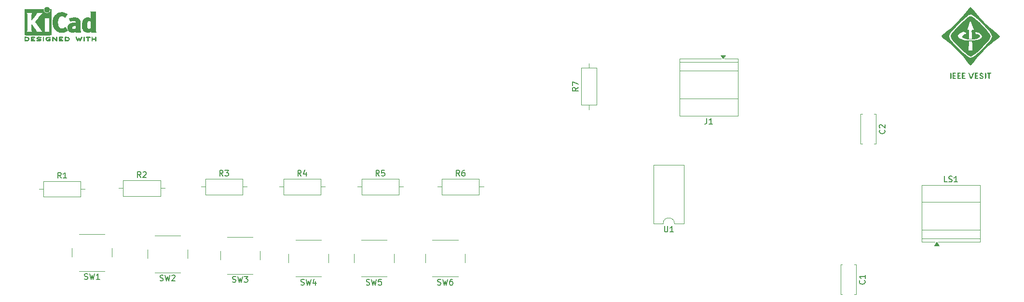
<source format=gbr>
%TF.GenerationSoftware,KiCad,Pcbnew,9.0.3*%
%TF.CreationDate,2025-07-19T19:00:48+05:30*%
%TF.ProjectId,piano wkshp,7069616e-6f20-4776-9b73-68702e6b6963,rev?*%
%TF.SameCoordinates,Original*%
%TF.FileFunction,Legend,Top*%
%TF.FilePolarity,Positive*%
%FSLAX46Y46*%
G04 Gerber Fmt 4.6, Leading zero omitted, Abs format (unit mm)*
G04 Created by KiCad (PCBNEW 9.0.3) date 2025-07-19 19:00:48*
%MOMM*%
%LPD*%
G01*
G04 APERTURE LIST*
%ADD10C,0.150000*%
%ADD11C,0.120000*%
%ADD12C,0.010000*%
%ADD13C,0.000000*%
G04 APERTURE END LIST*
D10*
X94416667Y-120407200D02*
X94559524Y-120454819D01*
X94559524Y-120454819D02*
X94797619Y-120454819D01*
X94797619Y-120454819D02*
X94892857Y-120407200D01*
X94892857Y-120407200D02*
X94940476Y-120359580D01*
X94940476Y-120359580D02*
X94988095Y-120264342D01*
X94988095Y-120264342D02*
X94988095Y-120169104D01*
X94988095Y-120169104D02*
X94940476Y-120073866D01*
X94940476Y-120073866D02*
X94892857Y-120026247D01*
X94892857Y-120026247D02*
X94797619Y-119978628D01*
X94797619Y-119978628D02*
X94607143Y-119931009D01*
X94607143Y-119931009D02*
X94511905Y-119883390D01*
X94511905Y-119883390D02*
X94464286Y-119835771D01*
X94464286Y-119835771D02*
X94416667Y-119740533D01*
X94416667Y-119740533D02*
X94416667Y-119645295D01*
X94416667Y-119645295D02*
X94464286Y-119550057D01*
X94464286Y-119550057D02*
X94511905Y-119502438D01*
X94511905Y-119502438D02*
X94607143Y-119454819D01*
X94607143Y-119454819D02*
X94845238Y-119454819D01*
X94845238Y-119454819D02*
X94988095Y-119502438D01*
X95321429Y-119454819D02*
X95559524Y-120454819D01*
X95559524Y-120454819D02*
X95750000Y-119740533D01*
X95750000Y-119740533D02*
X95940476Y-120454819D01*
X95940476Y-120454819D02*
X96178572Y-119454819D01*
X96464286Y-119454819D02*
X97083333Y-119454819D01*
X97083333Y-119454819D02*
X96750000Y-119835771D01*
X96750000Y-119835771D02*
X96892857Y-119835771D01*
X96892857Y-119835771D02*
X96988095Y-119883390D01*
X96988095Y-119883390D02*
X97035714Y-119931009D01*
X97035714Y-119931009D02*
X97083333Y-120026247D01*
X97083333Y-120026247D02*
X97083333Y-120264342D01*
X97083333Y-120264342D02*
X97035714Y-120359580D01*
X97035714Y-120359580D02*
X96988095Y-120407200D01*
X96988095Y-120407200D02*
X96892857Y-120454819D01*
X96892857Y-120454819D02*
X96607143Y-120454819D01*
X96607143Y-120454819D02*
X96511905Y-120407200D01*
X96511905Y-120407200D02*
X96464286Y-120359580D01*
X134276333Y-101753819D02*
X133943000Y-101277628D01*
X133704905Y-101753819D02*
X133704905Y-100753819D01*
X133704905Y-100753819D02*
X134085857Y-100753819D01*
X134085857Y-100753819D02*
X134181095Y-100801438D01*
X134181095Y-100801438D02*
X134228714Y-100849057D01*
X134228714Y-100849057D02*
X134276333Y-100944295D01*
X134276333Y-100944295D02*
X134276333Y-101087152D01*
X134276333Y-101087152D02*
X134228714Y-101182390D01*
X134228714Y-101182390D02*
X134181095Y-101230009D01*
X134181095Y-101230009D02*
X134085857Y-101277628D01*
X134085857Y-101277628D02*
X133704905Y-101277628D01*
X135133476Y-100753819D02*
X134943000Y-100753819D01*
X134943000Y-100753819D02*
X134847762Y-100801438D01*
X134847762Y-100801438D02*
X134800143Y-100849057D01*
X134800143Y-100849057D02*
X134704905Y-100991914D01*
X134704905Y-100991914D02*
X134657286Y-101182390D01*
X134657286Y-101182390D02*
X134657286Y-101563342D01*
X134657286Y-101563342D02*
X134704905Y-101658580D01*
X134704905Y-101658580D02*
X134752524Y-101706200D01*
X134752524Y-101706200D02*
X134847762Y-101753819D01*
X134847762Y-101753819D02*
X135038238Y-101753819D01*
X135038238Y-101753819D02*
X135133476Y-101706200D01*
X135133476Y-101706200D02*
X135181095Y-101658580D01*
X135181095Y-101658580D02*
X135228714Y-101563342D01*
X135228714Y-101563342D02*
X135228714Y-101325247D01*
X135228714Y-101325247D02*
X135181095Y-101230009D01*
X135181095Y-101230009D02*
X135133476Y-101182390D01*
X135133476Y-101182390D02*
X135038238Y-101134771D01*
X135038238Y-101134771D02*
X134847762Y-101134771D01*
X134847762Y-101134771D02*
X134752524Y-101182390D01*
X134752524Y-101182390D02*
X134704905Y-101230009D01*
X134704905Y-101230009D02*
X134657286Y-101325247D01*
X64333333Y-102134819D02*
X64000000Y-101658628D01*
X63761905Y-102134819D02*
X63761905Y-101134819D01*
X63761905Y-101134819D02*
X64142857Y-101134819D01*
X64142857Y-101134819D02*
X64238095Y-101182438D01*
X64238095Y-101182438D02*
X64285714Y-101230057D01*
X64285714Y-101230057D02*
X64333333Y-101325295D01*
X64333333Y-101325295D02*
X64333333Y-101468152D01*
X64333333Y-101468152D02*
X64285714Y-101563390D01*
X64285714Y-101563390D02*
X64238095Y-101611009D01*
X64238095Y-101611009D02*
X64142857Y-101658628D01*
X64142857Y-101658628D02*
X63761905Y-101658628D01*
X65285714Y-102134819D02*
X64714286Y-102134819D01*
X65000000Y-102134819D02*
X65000000Y-101134819D01*
X65000000Y-101134819D02*
X64904762Y-101277676D01*
X64904762Y-101277676D02*
X64809524Y-101372914D01*
X64809524Y-101372914D02*
X64714286Y-101420533D01*
X205359580Y-120166666D02*
X205407200Y-120214285D01*
X205407200Y-120214285D02*
X205454819Y-120357142D01*
X205454819Y-120357142D02*
X205454819Y-120452380D01*
X205454819Y-120452380D02*
X205407200Y-120595237D01*
X205407200Y-120595237D02*
X205311961Y-120690475D01*
X205311961Y-120690475D02*
X205216723Y-120738094D01*
X205216723Y-120738094D02*
X205026247Y-120785713D01*
X205026247Y-120785713D02*
X204883390Y-120785713D01*
X204883390Y-120785713D02*
X204692914Y-120738094D01*
X204692914Y-120738094D02*
X204597676Y-120690475D01*
X204597676Y-120690475D02*
X204502438Y-120595237D01*
X204502438Y-120595237D02*
X204454819Y-120452380D01*
X204454819Y-120452380D02*
X204454819Y-120357142D01*
X204454819Y-120357142D02*
X204502438Y-120214285D01*
X204502438Y-120214285D02*
X204550057Y-120166666D01*
X205454819Y-119214285D02*
X205454819Y-119785713D01*
X205454819Y-119499999D02*
X204454819Y-119499999D01*
X204454819Y-119499999D02*
X204597676Y-119595237D01*
X204597676Y-119595237D02*
X204692914Y-119690475D01*
X204692914Y-119690475D02*
X204740533Y-119785713D01*
X120179333Y-101753819D02*
X119846000Y-101277628D01*
X119607905Y-101753819D02*
X119607905Y-100753819D01*
X119607905Y-100753819D02*
X119988857Y-100753819D01*
X119988857Y-100753819D02*
X120084095Y-100801438D01*
X120084095Y-100801438D02*
X120131714Y-100849057D01*
X120131714Y-100849057D02*
X120179333Y-100944295D01*
X120179333Y-100944295D02*
X120179333Y-101087152D01*
X120179333Y-101087152D02*
X120131714Y-101182390D01*
X120131714Y-101182390D02*
X120084095Y-101230009D01*
X120084095Y-101230009D02*
X119988857Y-101277628D01*
X119988857Y-101277628D02*
X119607905Y-101277628D01*
X121084095Y-100753819D02*
X120607905Y-100753819D01*
X120607905Y-100753819D02*
X120560286Y-101230009D01*
X120560286Y-101230009D02*
X120607905Y-101182390D01*
X120607905Y-101182390D02*
X120703143Y-101134771D01*
X120703143Y-101134771D02*
X120941238Y-101134771D01*
X120941238Y-101134771D02*
X121036476Y-101182390D01*
X121036476Y-101182390D02*
X121084095Y-101230009D01*
X121084095Y-101230009D02*
X121131714Y-101325247D01*
X121131714Y-101325247D02*
X121131714Y-101563342D01*
X121131714Y-101563342D02*
X121084095Y-101658580D01*
X121084095Y-101658580D02*
X121036476Y-101706200D01*
X121036476Y-101706200D02*
X120941238Y-101753819D01*
X120941238Y-101753819D02*
X120703143Y-101753819D01*
X120703143Y-101753819D02*
X120607905Y-101706200D01*
X120607905Y-101706200D02*
X120560286Y-101658580D01*
X92747333Y-101753819D02*
X92414000Y-101277628D01*
X92175905Y-101753819D02*
X92175905Y-100753819D01*
X92175905Y-100753819D02*
X92556857Y-100753819D01*
X92556857Y-100753819D02*
X92652095Y-100801438D01*
X92652095Y-100801438D02*
X92699714Y-100849057D01*
X92699714Y-100849057D02*
X92747333Y-100944295D01*
X92747333Y-100944295D02*
X92747333Y-101087152D01*
X92747333Y-101087152D02*
X92699714Y-101182390D01*
X92699714Y-101182390D02*
X92652095Y-101230009D01*
X92652095Y-101230009D02*
X92556857Y-101277628D01*
X92556857Y-101277628D02*
X92175905Y-101277628D01*
X93080667Y-100753819D02*
X93699714Y-100753819D01*
X93699714Y-100753819D02*
X93366381Y-101134771D01*
X93366381Y-101134771D02*
X93509238Y-101134771D01*
X93509238Y-101134771D02*
X93604476Y-101182390D01*
X93604476Y-101182390D02*
X93652095Y-101230009D01*
X93652095Y-101230009D02*
X93699714Y-101325247D01*
X93699714Y-101325247D02*
X93699714Y-101563342D01*
X93699714Y-101563342D02*
X93652095Y-101658580D01*
X93652095Y-101658580D02*
X93604476Y-101706200D01*
X93604476Y-101706200D02*
X93509238Y-101753819D01*
X93509238Y-101753819D02*
X93223524Y-101753819D01*
X93223524Y-101753819D02*
X93128286Y-101706200D01*
X93128286Y-101706200D02*
X93080667Y-101658580D01*
X117916667Y-120907200D02*
X118059524Y-120954819D01*
X118059524Y-120954819D02*
X118297619Y-120954819D01*
X118297619Y-120954819D02*
X118392857Y-120907200D01*
X118392857Y-120907200D02*
X118440476Y-120859580D01*
X118440476Y-120859580D02*
X118488095Y-120764342D01*
X118488095Y-120764342D02*
X118488095Y-120669104D01*
X118488095Y-120669104D02*
X118440476Y-120573866D01*
X118440476Y-120573866D02*
X118392857Y-120526247D01*
X118392857Y-120526247D02*
X118297619Y-120478628D01*
X118297619Y-120478628D02*
X118107143Y-120431009D01*
X118107143Y-120431009D02*
X118011905Y-120383390D01*
X118011905Y-120383390D02*
X117964286Y-120335771D01*
X117964286Y-120335771D02*
X117916667Y-120240533D01*
X117916667Y-120240533D02*
X117916667Y-120145295D01*
X117916667Y-120145295D02*
X117964286Y-120050057D01*
X117964286Y-120050057D02*
X118011905Y-120002438D01*
X118011905Y-120002438D02*
X118107143Y-119954819D01*
X118107143Y-119954819D02*
X118345238Y-119954819D01*
X118345238Y-119954819D02*
X118488095Y-120002438D01*
X118821429Y-119954819D02*
X119059524Y-120954819D01*
X119059524Y-120954819D02*
X119250000Y-120240533D01*
X119250000Y-120240533D02*
X119440476Y-120954819D01*
X119440476Y-120954819D02*
X119678572Y-119954819D01*
X120535714Y-119954819D02*
X120059524Y-119954819D01*
X120059524Y-119954819D02*
X120011905Y-120431009D01*
X120011905Y-120431009D02*
X120059524Y-120383390D01*
X120059524Y-120383390D02*
X120154762Y-120335771D01*
X120154762Y-120335771D02*
X120392857Y-120335771D01*
X120392857Y-120335771D02*
X120488095Y-120383390D01*
X120488095Y-120383390D02*
X120535714Y-120431009D01*
X120535714Y-120431009D02*
X120583333Y-120526247D01*
X120583333Y-120526247D02*
X120583333Y-120764342D01*
X120583333Y-120764342D02*
X120535714Y-120859580D01*
X120535714Y-120859580D02*
X120488095Y-120907200D01*
X120488095Y-120907200D02*
X120392857Y-120954819D01*
X120392857Y-120954819D02*
X120154762Y-120954819D01*
X120154762Y-120954819D02*
X120059524Y-120907200D01*
X120059524Y-120907200D02*
X120011905Y-120859580D01*
X155084819Y-86166666D02*
X154608628Y-86499999D01*
X155084819Y-86738094D02*
X154084819Y-86738094D01*
X154084819Y-86738094D02*
X154084819Y-86357142D01*
X154084819Y-86357142D02*
X154132438Y-86261904D01*
X154132438Y-86261904D02*
X154180057Y-86214285D01*
X154180057Y-86214285D02*
X154275295Y-86166666D01*
X154275295Y-86166666D02*
X154418152Y-86166666D01*
X154418152Y-86166666D02*
X154513390Y-86214285D01*
X154513390Y-86214285D02*
X154561009Y-86261904D01*
X154561009Y-86261904D02*
X154608628Y-86357142D01*
X154608628Y-86357142D02*
X154608628Y-86738094D01*
X154084819Y-85833332D02*
X154084819Y-85166666D01*
X154084819Y-85166666D02*
X155084819Y-85595237D01*
X208859580Y-93666666D02*
X208907200Y-93714285D01*
X208907200Y-93714285D02*
X208954819Y-93857142D01*
X208954819Y-93857142D02*
X208954819Y-93952380D01*
X208954819Y-93952380D02*
X208907200Y-94095237D01*
X208907200Y-94095237D02*
X208811961Y-94190475D01*
X208811961Y-94190475D02*
X208716723Y-94238094D01*
X208716723Y-94238094D02*
X208526247Y-94285713D01*
X208526247Y-94285713D02*
X208383390Y-94285713D01*
X208383390Y-94285713D02*
X208192914Y-94238094D01*
X208192914Y-94238094D02*
X208097676Y-94190475D01*
X208097676Y-94190475D02*
X208002438Y-94095237D01*
X208002438Y-94095237D02*
X207954819Y-93952380D01*
X207954819Y-93952380D02*
X207954819Y-93857142D01*
X207954819Y-93857142D02*
X208002438Y-93714285D01*
X208002438Y-93714285D02*
X208050057Y-93666666D01*
X208050057Y-93285713D02*
X208002438Y-93238094D01*
X208002438Y-93238094D02*
X207954819Y-93142856D01*
X207954819Y-93142856D02*
X207954819Y-92904761D01*
X207954819Y-92904761D02*
X208002438Y-92809523D01*
X208002438Y-92809523D02*
X208050057Y-92761904D01*
X208050057Y-92761904D02*
X208145295Y-92714285D01*
X208145295Y-92714285D02*
X208240533Y-92714285D01*
X208240533Y-92714285D02*
X208383390Y-92761904D01*
X208383390Y-92761904D02*
X208954819Y-93333332D01*
X208954819Y-93333332D02*
X208954819Y-92714285D01*
X106463333Y-101753819D02*
X106130000Y-101277628D01*
X105891905Y-101753819D02*
X105891905Y-100753819D01*
X105891905Y-100753819D02*
X106272857Y-100753819D01*
X106272857Y-100753819D02*
X106368095Y-100801438D01*
X106368095Y-100801438D02*
X106415714Y-100849057D01*
X106415714Y-100849057D02*
X106463333Y-100944295D01*
X106463333Y-100944295D02*
X106463333Y-101087152D01*
X106463333Y-101087152D02*
X106415714Y-101182390D01*
X106415714Y-101182390D02*
X106368095Y-101230009D01*
X106368095Y-101230009D02*
X106272857Y-101277628D01*
X106272857Y-101277628D02*
X105891905Y-101277628D01*
X107320476Y-101087152D02*
X107320476Y-101753819D01*
X107082381Y-100706200D02*
X106844286Y-101420485D01*
X106844286Y-101420485D02*
X107463333Y-101420485D01*
X130416667Y-120907200D02*
X130559524Y-120954819D01*
X130559524Y-120954819D02*
X130797619Y-120954819D01*
X130797619Y-120954819D02*
X130892857Y-120907200D01*
X130892857Y-120907200D02*
X130940476Y-120859580D01*
X130940476Y-120859580D02*
X130988095Y-120764342D01*
X130988095Y-120764342D02*
X130988095Y-120669104D01*
X130988095Y-120669104D02*
X130940476Y-120573866D01*
X130940476Y-120573866D02*
X130892857Y-120526247D01*
X130892857Y-120526247D02*
X130797619Y-120478628D01*
X130797619Y-120478628D02*
X130607143Y-120431009D01*
X130607143Y-120431009D02*
X130511905Y-120383390D01*
X130511905Y-120383390D02*
X130464286Y-120335771D01*
X130464286Y-120335771D02*
X130416667Y-120240533D01*
X130416667Y-120240533D02*
X130416667Y-120145295D01*
X130416667Y-120145295D02*
X130464286Y-120050057D01*
X130464286Y-120050057D02*
X130511905Y-120002438D01*
X130511905Y-120002438D02*
X130607143Y-119954819D01*
X130607143Y-119954819D02*
X130845238Y-119954819D01*
X130845238Y-119954819D02*
X130988095Y-120002438D01*
X131321429Y-119954819D02*
X131559524Y-120954819D01*
X131559524Y-120954819D02*
X131750000Y-120240533D01*
X131750000Y-120240533D02*
X131940476Y-120954819D01*
X131940476Y-120954819D02*
X132178572Y-119954819D01*
X132988095Y-119954819D02*
X132797619Y-119954819D01*
X132797619Y-119954819D02*
X132702381Y-120002438D01*
X132702381Y-120002438D02*
X132654762Y-120050057D01*
X132654762Y-120050057D02*
X132559524Y-120192914D01*
X132559524Y-120192914D02*
X132511905Y-120383390D01*
X132511905Y-120383390D02*
X132511905Y-120764342D01*
X132511905Y-120764342D02*
X132559524Y-120859580D01*
X132559524Y-120859580D02*
X132607143Y-120907200D01*
X132607143Y-120907200D02*
X132702381Y-120954819D01*
X132702381Y-120954819D02*
X132892857Y-120954819D01*
X132892857Y-120954819D02*
X132988095Y-120907200D01*
X132988095Y-120907200D02*
X133035714Y-120859580D01*
X133035714Y-120859580D02*
X133083333Y-120764342D01*
X133083333Y-120764342D02*
X133083333Y-120526247D01*
X133083333Y-120526247D02*
X133035714Y-120431009D01*
X133035714Y-120431009D02*
X132988095Y-120383390D01*
X132988095Y-120383390D02*
X132892857Y-120335771D01*
X132892857Y-120335771D02*
X132702381Y-120335771D01*
X132702381Y-120335771D02*
X132607143Y-120383390D01*
X132607143Y-120383390D02*
X132559524Y-120431009D01*
X132559524Y-120431009D02*
X132511905Y-120526247D01*
X106416667Y-120907200D02*
X106559524Y-120954819D01*
X106559524Y-120954819D02*
X106797619Y-120954819D01*
X106797619Y-120954819D02*
X106892857Y-120907200D01*
X106892857Y-120907200D02*
X106940476Y-120859580D01*
X106940476Y-120859580D02*
X106988095Y-120764342D01*
X106988095Y-120764342D02*
X106988095Y-120669104D01*
X106988095Y-120669104D02*
X106940476Y-120573866D01*
X106940476Y-120573866D02*
X106892857Y-120526247D01*
X106892857Y-120526247D02*
X106797619Y-120478628D01*
X106797619Y-120478628D02*
X106607143Y-120431009D01*
X106607143Y-120431009D02*
X106511905Y-120383390D01*
X106511905Y-120383390D02*
X106464286Y-120335771D01*
X106464286Y-120335771D02*
X106416667Y-120240533D01*
X106416667Y-120240533D02*
X106416667Y-120145295D01*
X106416667Y-120145295D02*
X106464286Y-120050057D01*
X106464286Y-120050057D02*
X106511905Y-120002438D01*
X106511905Y-120002438D02*
X106607143Y-119954819D01*
X106607143Y-119954819D02*
X106845238Y-119954819D01*
X106845238Y-119954819D02*
X106988095Y-120002438D01*
X107321429Y-119954819D02*
X107559524Y-120954819D01*
X107559524Y-120954819D02*
X107750000Y-120240533D01*
X107750000Y-120240533D02*
X107940476Y-120954819D01*
X107940476Y-120954819D02*
X108178572Y-119954819D01*
X108988095Y-120288152D02*
X108988095Y-120954819D01*
X108750000Y-119907200D02*
X108511905Y-120621485D01*
X108511905Y-120621485D02*
X109130952Y-120621485D01*
X78333333Y-102007819D02*
X78000000Y-101531628D01*
X77761905Y-102007819D02*
X77761905Y-101007819D01*
X77761905Y-101007819D02*
X78142857Y-101007819D01*
X78142857Y-101007819D02*
X78238095Y-101055438D01*
X78238095Y-101055438D02*
X78285714Y-101103057D01*
X78285714Y-101103057D02*
X78333333Y-101198295D01*
X78333333Y-101198295D02*
X78333333Y-101341152D01*
X78333333Y-101341152D02*
X78285714Y-101436390D01*
X78285714Y-101436390D02*
X78238095Y-101484009D01*
X78238095Y-101484009D02*
X78142857Y-101531628D01*
X78142857Y-101531628D02*
X77761905Y-101531628D01*
X78714286Y-101103057D02*
X78761905Y-101055438D01*
X78761905Y-101055438D02*
X78857143Y-101007819D01*
X78857143Y-101007819D02*
X79095238Y-101007819D01*
X79095238Y-101007819D02*
X79190476Y-101055438D01*
X79190476Y-101055438D02*
X79238095Y-101103057D01*
X79238095Y-101103057D02*
X79285714Y-101198295D01*
X79285714Y-101198295D02*
X79285714Y-101293533D01*
X79285714Y-101293533D02*
X79238095Y-101436390D01*
X79238095Y-101436390D02*
X78666667Y-102007819D01*
X78666667Y-102007819D02*
X79285714Y-102007819D01*
X219857142Y-102807319D02*
X219380952Y-102807319D01*
X219380952Y-102807319D02*
X219380952Y-101807319D01*
X220142857Y-102759700D02*
X220285714Y-102807319D01*
X220285714Y-102807319D02*
X220523809Y-102807319D01*
X220523809Y-102807319D02*
X220619047Y-102759700D01*
X220619047Y-102759700D02*
X220666666Y-102712080D01*
X220666666Y-102712080D02*
X220714285Y-102616842D01*
X220714285Y-102616842D02*
X220714285Y-102521604D01*
X220714285Y-102521604D02*
X220666666Y-102426366D01*
X220666666Y-102426366D02*
X220619047Y-102378747D01*
X220619047Y-102378747D02*
X220523809Y-102331128D01*
X220523809Y-102331128D02*
X220333333Y-102283509D01*
X220333333Y-102283509D02*
X220238095Y-102235890D01*
X220238095Y-102235890D02*
X220190476Y-102188271D01*
X220190476Y-102188271D02*
X220142857Y-102093033D01*
X220142857Y-102093033D02*
X220142857Y-101997795D01*
X220142857Y-101997795D02*
X220190476Y-101902557D01*
X220190476Y-101902557D02*
X220238095Y-101854938D01*
X220238095Y-101854938D02*
X220333333Y-101807319D01*
X220333333Y-101807319D02*
X220571428Y-101807319D01*
X220571428Y-101807319D02*
X220714285Y-101854938D01*
X221666666Y-102807319D02*
X221095238Y-102807319D01*
X221380952Y-102807319D02*
X221380952Y-101807319D01*
X221380952Y-101807319D02*
X221285714Y-101950176D01*
X221285714Y-101950176D02*
X221190476Y-102045414D01*
X221190476Y-102045414D02*
X221095238Y-102093033D01*
X177666666Y-91602319D02*
X177666666Y-92316604D01*
X177666666Y-92316604D02*
X177619047Y-92459461D01*
X177619047Y-92459461D02*
X177523809Y-92554700D01*
X177523809Y-92554700D02*
X177380952Y-92602319D01*
X177380952Y-92602319D02*
X177285714Y-92602319D01*
X178666666Y-92602319D02*
X178095238Y-92602319D01*
X178380952Y-92602319D02*
X178380952Y-91602319D01*
X178380952Y-91602319D02*
X178285714Y-91745176D01*
X178285714Y-91745176D02*
X178190476Y-91840414D01*
X178190476Y-91840414D02*
X178095238Y-91888033D01*
X81666667Y-120157200D02*
X81809524Y-120204819D01*
X81809524Y-120204819D02*
X82047619Y-120204819D01*
X82047619Y-120204819D02*
X82142857Y-120157200D01*
X82142857Y-120157200D02*
X82190476Y-120109580D01*
X82190476Y-120109580D02*
X82238095Y-120014342D01*
X82238095Y-120014342D02*
X82238095Y-119919104D01*
X82238095Y-119919104D02*
X82190476Y-119823866D01*
X82190476Y-119823866D02*
X82142857Y-119776247D01*
X82142857Y-119776247D02*
X82047619Y-119728628D01*
X82047619Y-119728628D02*
X81857143Y-119681009D01*
X81857143Y-119681009D02*
X81761905Y-119633390D01*
X81761905Y-119633390D02*
X81714286Y-119585771D01*
X81714286Y-119585771D02*
X81666667Y-119490533D01*
X81666667Y-119490533D02*
X81666667Y-119395295D01*
X81666667Y-119395295D02*
X81714286Y-119300057D01*
X81714286Y-119300057D02*
X81761905Y-119252438D01*
X81761905Y-119252438D02*
X81857143Y-119204819D01*
X81857143Y-119204819D02*
X82095238Y-119204819D01*
X82095238Y-119204819D02*
X82238095Y-119252438D01*
X82571429Y-119204819D02*
X82809524Y-120204819D01*
X82809524Y-120204819D02*
X83000000Y-119490533D01*
X83000000Y-119490533D02*
X83190476Y-120204819D01*
X83190476Y-120204819D02*
X83428572Y-119204819D01*
X83761905Y-119300057D02*
X83809524Y-119252438D01*
X83809524Y-119252438D02*
X83904762Y-119204819D01*
X83904762Y-119204819D02*
X84142857Y-119204819D01*
X84142857Y-119204819D02*
X84238095Y-119252438D01*
X84238095Y-119252438D02*
X84285714Y-119300057D01*
X84285714Y-119300057D02*
X84333333Y-119395295D01*
X84333333Y-119395295D02*
X84333333Y-119490533D01*
X84333333Y-119490533D02*
X84285714Y-119633390D01*
X84285714Y-119633390D02*
X83714286Y-120204819D01*
X83714286Y-120204819D02*
X84333333Y-120204819D01*
X170233095Y-110594819D02*
X170233095Y-111404342D01*
X170233095Y-111404342D02*
X170280714Y-111499580D01*
X170280714Y-111499580D02*
X170328333Y-111547200D01*
X170328333Y-111547200D02*
X170423571Y-111594819D01*
X170423571Y-111594819D02*
X170614047Y-111594819D01*
X170614047Y-111594819D02*
X170709285Y-111547200D01*
X170709285Y-111547200D02*
X170756904Y-111499580D01*
X170756904Y-111499580D02*
X170804523Y-111404342D01*
X170804523Y-111404342D02*
X170804523Y-110594819D01*
X171804523Y-111594819D02*
X171233095Y-111594819D01*
X171518809Y-111594819D02*
X171518809Y-110594819D01*
X171518809Y-110594819D02*
X171423571Y-110737676D01*
X171423571Y-110737676D02*
X171328333Y-110832914D01*
X171328333Y-110832914D02*
X171233095Y-110880533D01*
X68416667Y-119907200D02*
X68559524Y-119954819D01*
X68559524Y-119954819D02*
X68797619Y-119954819D01*
X68797619Y-119954819D02*
X68892857Y-119907200D01*
X68892857Y-119907200D02*
X68940476Y-119859580D01*
X68940476Y-119859580D02*
X68988095Y-119764342D01*
X68988095Y-119764342D02*
X68988095Y-119669104D01*
X68988095Y-119669104D02*
X68940476Y-119573866D01*
X68940476Y-119573866D02*
X68892857Y-119526247D01*
X68892857Y-119526247D02*
X68797619Y-119478628D01*
X68797619Y-119478628D02*
X68607143Y-119431009D01*
X68607143Y-119431009D02*
X68511905Y-119383390D01*
X68511905Y-119383390D02*
X68464286Y-119335771D01*
X68464286Y-119335771D02*
X68416667Y-119240533D01*
X68416667Y-119240533D02*
X68416667Y-119145295D01*
X68416667Y-119145295D02*
X68464286Y-119050057D01*
X68464286Y-119050057D02*
X68511905Y-119002438D01*
X68511905Y-119002438D02*
X68607143Y-118954819D01*
X68607143Y-118954819D02*
X68845238Y-118954819D01*
X68845238Y-118954819D02*
X68988095Y-119002438D01*
X69321429Y-118954819D02*
X69559524Y-119954819D01*
X69559524Y-119954819D02*
X69750000Y-119240533D01*
X69750000Y-119240533D02*
X69940476Y-119954819D01*
X69940476Y-119954819D02*
X70178572Y-118954819D01*
X71083333Y-119954819D02*
X70511905Y-119954819D01*
X70797619Y-119954819D02*
X70797619Y-118954819D01*
X70797619Y-118954819D02*
X70702381Y-119097676D01*
X70702381Y-119097676D02*
X70607143Y-119192914D01*
X70607143Y-119192914D02*
X70511905Y-119240533D01*
D11*
%TO.C,SW3*%
X92250000Y-115000000D02*
X92250000Y-116500000D01*
X93500000Y-119000000D02*
X98000000Y-119000000D01*
X98000000Y-112500000D02*
X93500000Y-112500000D01*
X99250000Y-116500000D02*
X99250000Y-115000000D01*
%TO.C,R6*%
X130403000Y-103669000D02*
X131173000Y-103669000D01*
X138483000Y-103669000D02*
X137713000Y-103669000D01*
X131173000Y-102299000D02*
X137713000Y-102299000D01*
X137713000Y-105039000D01*
X131173000Y-105039000D01*
X131173000Y-102299000D01*
%TO.C,R1*%
X60460000Y-104050000D02*
X61230000Y-104050000D01*
X68540000Y-104050000D02*
X67770000Y-104050000D01*
X61230000Y-102680000D02*
X67770000Y-102680000D01*
X67770000Y-105420000D01*
X61230000Y-105420000D01*
X61230000Y-102680000D01*
%TO.C,C1*%
X201130000Y-117380000D02*
X201467000Y-117380000D01*
X201130000Y-122620000D02*
X201130000Y-117380000D01*
X201467000Y-122620000D02*
X201130000Y-122620000D01*
X203533000Y-117380000D02*
X203870000Y-117380000D01*
X203870000Y-117380000D02*
X203870000Y-122620000D01*
X203870000Y-122620000D02*
X203533000Y-122620000D01*
%TO.C,R5*%
X116306000Y-103669000D02*
X117076000Y-103669000D01*
X124386000Y-103669000D02*
X123616000Y-103669000D01*
X117076000Y-102299000D02*
X123616000Y-102299000D01*
X123616000Y-105039000D01*
X117076000Y-105039000D01*
X117076000Y-102299000D01*
%TO.C,R3*%
X88874000Y-103669000D02*
X89644000Y-103669000D01*
X96954000Y-103669000D02*
X96184000Y-103669000D01*
X89644000Y-102299000D02*
X96184000Y-102299000D01*
X96184000Y-105039000D01*
X89644000Y-105039000D01*
X89644000Y-102299000D01*
%TO.C,SW5*%
X115750000Y-115500000D02*
X115750000Y-117000000D01*
X117000000Y-119500000D02*
X121500000Y-119500000D01*
X121500000Y-113000000D02*
X117000000Y-113000000D01*
X122750000Y-117000000D02*
X122750000Y-115500000D01*
%TO.C,R7*%
X157000000Y-81960000D02*
X157000000Y-82730000D01*
X157000000Y-90040000D02*
X157000000Y-89270000D01*
X155630000Y-89270000D02*
X158370000Y-89270000D01*
X158370000Y-82730000D01*
X155630000Y-82730000D01*
X155630000Y-89270000D01*
%TO.C,C2*%
X204630000Y-90880000D02*
X204967000Y-90880000D01*
X204630000Y-96120000D02*
X204630000Y-90880000D01*
X204967000Y-96120000D02*
X204630000Y-96120000D01*
X207033000Y-90880000D02*
X207370000Y-90880000D01*
X207370000Y-90880000D02*
X207370000Y-96120000D01*
X207370000Y-96120000D02*
X207033000Y-96120000D01*
%TO.C,R4*%
X102590000Y-103669000D02*
X103360000Y-103669000D01*
X110670000Y-103669000D02*
X109900000Y-103669000D01*
X103360000Y-102299000D02*
X109900000Y-102299000D01*
X109900000Y-105039000D01*
X103360000Y-105039000D01*
X103360000Y-102299000D01*
%TO.C,SW6*%
X128250000Y-115500000D02*
X128250000Y-117000000D01*
X129500000Y-119500000D02*
X134000000Y-119500000D01*
X134000000Y-113000000D02*
X129500000Y-113000000D01*
X135250000Y-117000000D02*
X135250000Y-115500000D01*
%TO.C,SW4*%
X104250000Y-115500000D02*
X104250000Y-117000000D01*
X105500000Y-119500000D02*
X110000000Y-119500000D01*
X110000000Y-113000000D02*
X105500000Y-113000000D01*
X111250000Y-117000000D02*
X111250000Y-115500000D01*
%TO.C,R2*%
X74460000Y-103923000D02*
X75230000Y-103923000D01*
X82540000Y-103923000D02*
X81770000Y-103923000D01*
X75230000Y-102553000D02*
X81770000Y-102553000D01*
X81770000Y-105293000D01*
X75230000Y-105293000D01*
X75230000Y-102553000D01*
%TO.C,LS1*%
X215380000Y-103352500D02*
X225620000Y-103352500D01*
X215380000Y-106372500D02*
X225620000Y-106372500D01*
X215380000Y-111272500D02*
X225620000Y-111272500D01*
X215380000Y-112772500D02*
X225620000Y-112772500D01*
X215380000Y-113392500D02*
X215380000Y-103352500D01*
X217700000Y-113392500D02*
X215380000Y-113392500D01*
X225620000Y-103352500D02*
X225620000Y-113392500D01*
X225620000Y-113392500D02*
X218300000Y-113392500D01*
X218440000Y-114002500D02*
X217560000Y-114002500D01*
X218000000Y-113392500D01*
X218440000Y-114002500D01*
G36*
X218440000Y-114002500D02*
G01*
X217560000Y-114002500D01*
X218000000Y-113392500D01*
X218440000Y-114002500D01*
G37*
%TO.C,J1*%
X172880000Y-81107500D02*
X180200000Y-81107500D01*
X172880000Y-91147500D02*
X172880000Y-81107500D01*
X180800000Y-81107500D02*
X183120000Y-81107500D01*
X183120000Y-81107500D02*
X183120000Y-91147500D01*
X183120000Y-81727500D02*
X172880000Y-81727500D01*
X183120000Y-83227500D02*
X172880000Y-83227500D01*
X183120000Y-88127500D02*
X172880000Y-88127500D01*
X183120000Y-91147500D02*
X172880000Y-91147500D01*
X180500000Y-81107500D02*
X180060000Y-80497500D01*
X180940000Y-80497500D01*
X180500000Y-81107500D01*
G36*
X180500000Y-81107500D02*
G01*
X180060000Y-80497500D01*
X180940000Y-80497500D01*
X180500000Y-81107500D01*
G37*
%TO.C,SW2*%
X79500000Y-114750000D02*
X79500000Y-116250000D01*
X80750000Y-118750000D02*
X85250000Y-118750000D01*
X85250000Y-112250000D02*
X80750000Y-112250000D01*
X86500000Y-116250000D02*
X86500000Y-114750000D01*
%TO.C,U1*%
X168345000Y-99860000D02*
X168345000Y-110140000D01*
X168345000Y-110140000D02*
X169995000Y-110140000D01*
X171995000Y-110140000D02*
X173645000Y-110140000D01*
X173645000Y-99860000D02*
X168345000Y-99860000D01*
X173645000Y-110140000D02*
X173645000Y-99860000D01*
X169995000Y-110140000D02*
G75*
G02*
X171995000Y-110140000I1000000J0D01*
G01*
D12*
%TO.C,REF\u002A\u002A*%
X68349014Y-77256677D02*
X68372727Y-77271447D01*
X68399378Y-77293027D01*
X68399378Y-77614573D01*
X68399293Y-77708630D01*
X68398929Y-77782732D01*
X68398124Y-77839504D01*
X68396713Y-77881568D01*
X68394533Y-77911548D01*
X68391421Y-77932067D01*
X68387214Y-77945749D01*
X68381748Y-77955216D01*
X68377872Y-77959882D01*
X68346434Y-77980375D01*
X68310633Y-77979539D01*
X68279273Y-77962064D01*
X68252622Y-77940484D01*
X68252622Y-77293027D01*
X68279273Y-77271447D01*
X68304994Y-77255749D01*
X68326000Y-77249867D01*
X68349014Y-77256677D01*
G36*
X68349014Y-77256677D02*
G01*
X68372727Y-77271447D01*
X68399378Y-77293027D01*
X68399378Y-77614573D01*
X68399293Y-77708630D01*
X68398929Y-77782732D01*
X68398124Y-77839504D01*
X68396713Y-77881568D01*
X68394533Y-77911548D01*
X68391421Y-77932067D01*
X68387214Y-77945749D01*
X68381748Y-77955216D01*
X68377872Y-77959882D01*
X68346434Y-77980375D01*
X68310633Y-77979539D01*
X68279273Y-77962064D01*
X68252622Y-77940484D01*
X68252622Y-77293027D01*
X68279273Y-77271447D01*
X68304994Y-77255749D01*
X68326000Y-77249867D01*
X68349014Y-77256677D01*
G37*
X61236578Y-77272445D02*
X61243158Y-77280018D01*
X61248321Y-77289787D01*
X61252236Y-77304371D01*
X61255076Y-77326385D01*
X61257013Y-77358448D01*
X61258217Y-77403175D01*
X61258861Y-77463185D01*
X61259116Y-77541094D01*
X61259155Y-77616756D01*
X61259086Y-77710602D01*
X61258762Y-77784489D01*
X61258014Y-77841032D01*
X61256668Y-77882849D01*
X61254554Y-77912557D01*
X61251500Y-77932773D01*
X61247334Y-77946114D01*
X61241884Y-77955198D01*
X61236578Y-77961067D01*
X61203574Y-77980747D01*
X61168409Y-77978981D01*
X61136945Y-77957517D01*
X61129716Y-77949137D01*
X61124066Y-77939414D01*
X61119801Y-77925661D01*
X61116727Y-77905189D01*
X61114648Y-77875312D01*
X61113370Y-77833341D01*
X61112699Y-77776589D01*
X61112441Y-77702367D01*
X61112400Y-77618337D01*
X61112400Y-77305285D01*
X61140109Y-77277576D01*
X61174263Y-77254263D01*
X61207394Y-77253423D01*
X61236578Y-77272445D01*
G36*
X61236578Y-77272445D02*
G01*
X61243158Y-77280018D01*
X61248321Y-77289787D01*
X61252236Y-77304371D01*
X61255076Y-77326385D01*
X61257013Y-77358448D01*
X61258217Y-77403175D01*
X61258861Y-77463185D01*
X61259116Y-77541094D01*
X61259155Y-77616756D01*
X61259086Y-77710602D01*
X61258762Y-77784489D01*
X61258014Y-77841032D01*
X61256668Y-77882849D01*
X61254554Y-77912557D01*
X61251500Y-77932773D01*
X61247334Y-77946114D01*
X61241884Y-77955198D01*
X61236578Y-77961067D01*
X61203574Y-77980747D01*
X61168409Y-77978981D01*
X61136945Y-77957517D01*
X61129716Y-77949137D01*
X61124066Y-77939414D01*
X61119801Y-77925661D01*
X61116727Y-77905189D01*
X61114648Y-77875312D01*
X61113370Y-77833341D01*
X61112699Y-77776589D01*
X61112441Y-77702367D01*
X61112400Y-77618337D01*
X61112400Y-77305285D01*
X61140109Y-77277576D01*
X61174263Y-77254263D01*
X61207394Y-77253423D01*
X61236578Y-77272445D01*
G37*
X61887357Y-72007371D02*
X61983632Y-72031609D01*
X62070216Y-72074441D01*
X62145027Y-72134219D01*
X62205982Y-72209294D01*
X62251001Y-72298020D01*
X62277264Y-72394330D01*
X62283114Y-72491595D01*
X62268260Y-72585454D01*
X62234560Y-72673311D01*
X62183872Y-72752570D01*
X62118055Y-72820636D01*
X62038966Y-72874912D01*
X61948466Y-72912802D01*
X61897200Y-72925226D01*
X61852702Y-72932747D01*
X61818401Y-72935719D01*
X61785440Y-72933894D01*
X61744966Y-72927025D01*
X61711869Y-72920050D01*
X61618453Y-72888541D01*
X61534781Y-72837417D01*
X61462735Y-72768229D01*
X61404200Y-72682528D01*
X61390252Y-72655289D01*
X61373814Y-72618922D01*
X61363506Y-72588382D01*
X61357940Y-72556250D01*
X61355731Y-72515107D01*
X61355452Y-72469022D01*
X61359539Y-72384665D01*
X61372954Y-72315386D01*
X61398144Y-72254761D01*
X61437554Y-72196367D01*
X61476102Y-72152102D01*
X61547994Y-72086284D01*
X61623087Y-72040853D01*
X61705838Y-72013650D01*
X61783472Y-72003376D01*
X61887357Y-72007371D01*
G36*
X61887357Y-72007371D02*
G01*
X61983632Y-72031609D01*
X62070216Y-72074441D01*
X62145027Y-72134219D01*
X62205982Y-72209294D01*
X62251001Y-72298020D01*
X62277264Y-72394330D01*
X62283114Y-72491595D01*
X62268260Y-72585454D01*
X62234560Y-72673311D01*
X62183872Y-72752570D01*
X62118055Y-72820636D01*
X62038966Y-72874912D01*
X61948466Y-72912802D01*
X61897200Y-72925226D01*
X61852702Y-72932747D01*
X61818401Y-72935719D01*
X61785440Y-72933894D01*
X61744966Y-72927025D01*
X61711869Y-72920050D01*
X61618453Y-72888541D01*
X61534781Y-72837417D01*
X61462735Y-72768229D01*
X61404200Y-72682528D01*
X61390252Y-72655289D01*
X61373814Y-72618922D01*
X61363506Y-72588382D01*
X61357940Y-72556250D01*
X61355731Y-72515107D01*
X61355452Y-72469022D01*
X61359539Y-72384665D01*
X61372954Y-72315386D01*
X61398144Y-72254761D01*
X61437554Y-72196367D01*
X61476102Y-72152102D01*
X61547994Y-72086284D01*
X61623087Y-72040853D01*
X61705838Y-72013650D01*
X61783472Y-72003376D01*
X61887357Y-72007371D01*
G37*
X69123465Y-77249963D02*
X69202172Y-77250342D01*
X69263263Y-77251133D01*
X69309217Y-77252470D01*
X69342514Y-77254483D01*
X69365636Y-77257306D01*
X69381062Y-77261069D01*
X69391271Y-77265905D01*
X69396213Y-77269622D01*
X69421857Y-77302158D01*
X69424959Y-77335938D01*
X69409111Y-77366626D01*
X69398748Y-77378889D01*
X69387596Y-77387250D01*
X69371435Y-77392457D01*
X69346042Y-77395257D01*
X69307198Y-77396396D01*
X69250680Y-77396621D01*
X69239580Y-77396622D01*
X69093644Y-77396622D01*
X69093644Y-77667556D01*
X69093548Y-77752954D01*
X69093111Y-77818664D01*
X69092112Y-77867574D01*
X69090328Y-77902573D01*
X69087537Y-77926549D01*
X69083517Y-77942393D01*
X69078045Y-77952991D01*
X69071066Y-77961067D01*
X69038134Y-77980912D01*
X69003754Y-77979348D01*
X68972576Y-77956706D01*
X68970286Y-77953900D01*
X68962829Y-77943292D01*
X68957147Y-77930881D01*
X68953001Y-77913650D01*
X68950150Y-77888584D01*
X68948354Y-77852667D01*
X68947372Y-77802883D01*
X68946964Y-77736217D01*
X68946889Y-77660389D01*
X68946889Y-77396622D01*
X68807527Y-77396622D01*
X68747722Y-77396218D01*
X68706318Y-77394640D01*
X68679148Y-77391347D01*
X68662046Y-77385792D01*
X68650843Y-77377431D01*
X68649483Y-77375978D01*
X68633125Y-77342739D01*
X68634572Y-77305162D01*
X68653378Y-77272445D01*
X68660650Y-77266098D01*
X68670027Y-77261066D01*
X68684009Y-77257196D01*
X68705096Y-77254337D01*
X68735789Y-77252335D01*
X68778589Y-77251039D01*
X68835995Y-77250298D01*
X68910510Y-77249958D01*
X69004633Y-77249868D01*
X69024660Y-77249867D01*
X69123465Y-77249963D01*
G36*
X69123465Y-77249963D02*
G01*
X69202172Y-77250342D01*
X69263263Y-77251133D01*
X69309217Y-77252470D01*
X69342514Y-77254483D01*
X69365636Y-77257306D01*
X69381062Y-77261069D01*
X69391271Y-77265905D01*
X69396213Y-77269622D01*
X69421857Y-77302158D01*
X69424959Y-77335938D01*
X69409111Y-77366626D01*
X69398748Y-77378889D01*
X69387596Y-77387250D01*
X69371435Y-77392457D01*
X69346042Y-77395257D01*
X69307198Y-77396396D01*
X69250680Y-77396621D01*
X69239580Y-77396622D01*
X69093644Y-77396622D01*
X69093644Y-77667556D01*
X69093548Y-77752954D01*
X69093111Y-77818664D01*
X69092112Y-77867574D01*
X69090328Y-77902573D01*
X69087537Y-77926549D01*
X69083517Y-77942393D01*
X69078045Y-77952991D01*
X69071066Y-77961067D01*
X69038134Y-77980912D01*
X69003754Y-77979348D01*
X68972576Y-77956706D01*
X68970286Y-77953900D01*
X68962829Y-77943292D01*
X68957147Y-77930881D01*
X68953001Y-77913650D01*
X68950150Y-77888584D01*
X68948354Y-77852667D01*
X68947372Y-77802883D01*
X68946964Y-77736217D01*
X68946889Y-77660389D01*
X68946889Y-77396622D01*
X68807527Y-77396622D01*
X68747722Y-77396218D01*
X68706318Y-77394640D01*
X68679148Y-77391347D01*
X68662046Y-77385792D01*
X68650843Y-77377431D01*
X68649483Y-77375978D01*
X68633125Y-77342739D01*
X68634572Y-77305162D01*
X68653378Y-77272445D01*
X68660650Y-77266098D01*
X68670027Y-77261066D01*
X68684009Y-77257196D01*
X68705096Y-77254337D01*
X68735789Y-77252335D01*
X68778589Y-77251039D01*
X68835995Y-77250298D01*
X68910510Y-77249958D01*
X69004633Y-77249868D01*
X69024660Y-77249867D01*
X69123465Y-77249963D01*
G37*
X70389223Y-77255333D02*
X70420602Y-77277576D01*
X70448311Y-77305285D01*
X70448311Y-77614720D01*
X70448238Y-77706599D01*
X70447895Y-77778640D01*
X70447092Y-77833580D01*
X70445641Y-77874160D01*
X70443352Y-77903117D01*
X70440036Y-77923191D01*
X70435505Y-77937121D01*
X70429569Y-77947645D01*
X70424914Y-77953900D01*
X70394183Y-77978473D01*
X70358896Y-77981141D01*
X70326645Y-77966071D01*
X70315988Y-77957174D01*
X70308864Y-77945357D01*
X70304567Y-77926326D01*
X70302391Y-77895792D01*
X70301628Y-77849462D01*
X70301555Y-77813671D01*
X70301555Y-77678845D01*
X69804844Y-77678845D01*
X69804844Y-77801500D01*
X69804331Y-77857587D01*
X69802276Y-77896133D01*
X69797908Y-77922161D01*
X69790456Y-77940697D01*
X69781447Y-77953900D01*
X69750544Y-77978404D01*
X69715596Y-77981306D01*
X69682138Y-77963889D01*
X69673004Y-77954759D01*
X69666552Y-77942655D01*
X69662297Y-77923801D01*
X69659752Y-77894420D01*
X69658429Y-77850737D01*
X69657843Y-77788975D01*
X69657775Y-77774800D01*
X69657291Y-77658431D01*
X69657041Y-77562527D01*
X69657123Y-77484977D01*
X69657631Y-77423669D01*
X69658662Y-77376490D01*
X69660313Y-77341330D01*
X69662679Y-77316076D01*
X69665857Y-77298617D01*
X69669944Y-77286841D01*
X69675034Y-77278635D01*
X69680666Y-77272445D01*
X69712528Y-77252644D01*
X69745757Y-77255333D01*
X69777135Y-77277576D01*
X69789833Y-77291926D01*
X69797926Y-77307778D01*
X69802442Y-77330354D01*
X69804406Y-77364878D01*
X69804844Y-77416576D01*
X69804844Y-77532089D01*
X70301555Y-77532089D01*
X70301555Y-77413556D01*
X70302062Y-77358948D01*
X70304098Y-77322075D01*
X70308435Y-77298107D01*
X70315847Y-77282215D01*
X70324133Y-77272445D01*
X70355994Y-77252644D01*
X70389223Y-77255333D01*
G36*
X70389223Y-77255333D02*
G01*
X70420602Y-77277576D01*
X70448311Y-77305285D01*
X70448311Y-77614720D01*
X70448238Y-77706599D01*
X70447895Y-77778640D01*
X70447092Y-77833580D01*
X70445641Y-77874160D01*
X70443352Y-77903117D01*
X70440036Y-77923191D01*
X70435505Y-77937121D01*
X70429569Y-77947645D01*
X70424914Y-77953900D01*
X70394183Y-77978473D01*
X70358896Y-77981141D01*
X70326645Y-77966071D01*
X70315988Y-77957174D01*
X70308864Y-77945357D01*
X70304567Y-77926326D01*
X70302391Y-77895792D01*
X70301628Y-77849462D01*
X70301555Y-77813671D01*
X70301555Y-77678845D01*
X69804844Y-77678845D01*
X69804844Y-77801500D01*
X69804331Y-77857587D01*
X69802276Y-77896133D01*
X69797908Y-77922161D01*
X69790456Y-77940697D01*
X69781447Y-77953900D01*
X69750544Y-77978404D01*
X69715596Y-77981306D01*
X69682138Y-77963889D01*
X69673004Y-77954759D01*
X69666552Y-77942655D01*
X69662297Y-77923801D01*
X69659752Y-77894420D01*
X69658429Y-77850737D01*
X69657843Y-77788975D01*
X69657775Y-77774800D01*
X69657291Y-77658431D01*
X69657041Y-77562527D01*
X69657123Y-77484977D01*
X69657631Y-77423669D01*
X69658662Y-77376490D01*
X69660313Y-77341330D01*
X69662679Y-77316076D01*
X69665857Y-77298617D01*
X69669944Y-77286841D01*
X69675034Y-77278635D01*
X69680666Y-77272445D01*
X69712528Y-77252644D01*
X69745757Y-77255333D01*
X69777135Y-77277576D01*
X69789833Y-77291926D01*
X69797926Y-77307778D01*
X69802442Y-77330354D01*
X69804406Y-77364878D01*
X69804844Y-77416576D01*
X69804844Y-77532089D01*
X70301555Y-77532089D01*
X70301555Y-77413556D01*
X70302062Y-77358948D01*
X70304098Y-77322075D01*
X70308435Y-77298107D01*
X70315847Y-77282215D01*
X70324133Y-77272445D01*
X70355994Y-77252644D01*
X70389223Y-77255333D01*
G37*
X65178709Y-77250075D02*
X65307688Y-77254436D01*
X65417391Y-77267661D01*
X65509626Y-77290541D01*
X65586202Y-77323870D01*
X65648927Y-77368438D01*
X65699612Y-77425036D01*
X65740063Y-77494458D01*
X65740859Y-77496151D01*
X65765001Y-77558283D01*
X65773603Y-77613309D01*
X65766631Y-77668687D01*
X65744054Y-77731873D01*
X65739772Y-77741489D01*
X65710572Y-77797766D01*
X65677756Y-77841251D01*
X65635402Y-77878217D01*
X65577590Y-77914935D01*
X65574231Y-77916852D01*
X65523904Y-77941027D01*
X65467021Y-77959082D01*
X65399927Y-77971639D01*
X65318965Y-77979322D01*
X65220482Y-77982753D01*
X65185686Y-77983051D01*
X65019994Y-77983645D01*
X64996597Y-77953900D01*
X64989657Y-77944119D01*
X64984242Y-77932697D01*
X64980165Y-77916895D01*
X64977237Y-77893975D01*
X64975267Y-77861196D01*
X64974625Y-77836889D01*
X64974068Y-77815821D01*
X64973450Y-77755111D01*
X64973225Y-77676326D01*
X64973200Y-77614720D01*
X64973200Y-77396622D01*
X65131244Y-77396622D01*
X65131244Y-77836889D01*
X65225126Y-77836889D01*
X65280064Y-77835283D01*
X65336460Y-77831055D01*
X65382745Y-77825092D01*
X65385539Y-77824590D01*
X65467748Y-77802536D01*
X65531514Y-77769400D01*
X65578852Y-77723647D01*
X65611782Y-77663739D01*
X65617508Y-77647861D01*
X65623121Y-77623133D01*
X65620691Y-77598702D01*
X65608867Y-77566200D01*
X65601740Y-77550234D01*
X65578400Y-77507806D01*
X65550280Y-77478040D01*
X65519340Y-77457311D01*
X65457366Y-77430337D01*
X65378051Y-77410798D01*
X65285653Y-77399546D01*
X65218733Y-77397070D01*
X65131244Y-77396622D01*
X64973200Y-77396622D01*
X64973200Y-77305285D01*
X65000909Y-77277576D01*
X65013206Y-77266344D01*
X65026503Y-77258653D01*
X65045072Y-77253840D01*
X65073186Y-77251246D01*
X65115117Y-77250210D01*
X65175137Y-77250070D01*
X65178709Y-77250075D01*
G36*
X65178709Y-77250075D02*
G01*
X65307688Y-77254436D01*
X65417391Y-77267661D01*
X65509626Y-77290541D01*
X65586202Y-77323870D01*
X65648927Y-77368438D01*
X65699612Y-77425036D01*
X65740063Y-77494458D01*
X65740859Y-77496151D01*
X65765001Y-77558283D01*
X65773603Y-77613309D01*
X65766631Y-77668687D01*
X65744054Y-77731873D01*
X65739772Y-77741489D01*
X65710572Y-77797766D01*
X65677756Y-77841251D01*
X65635402Y-77878217D01*
X65577590Y-77914935D01*
X65574231Y-77916852D01*
X65523904Y-77941027D01*
X65467021Y-77959082D01*
X65399927Y-77971639D01*
X65318965Y-77979322D01*
X65220482Y-77982753D01*
X65185686Y-77983051D01*
X65019994Y-77983645D01*
X64996597Y-77953900D01*
X64989657Y-77944119D01*
X64984242Y-77932697D01*
X64980165Y-77916895D01*
X64977237Y-77893975D01*
X64975267Y-77861196D01*
X64974625Y-77836889D01*
X64974068Y-77815821D01*
X64973450Y-77755111D01*
X64973225Y-77676326D01*
X64973200Y-77614720D01*
X64973200Y-77396622D01*
X65131244Y-77396622D01*
X65131244Y-77836889D01*
X65225126Y-77836889D01*
X65280064Y-77835283D01*
X65336460Y-77831055D01*
X65382745Y-77825092D01*
X65385539Y-77824590D01*
X65467748Y-77802536D01*
X65531514Y-77769400D01*
X65578852Y-77723647D01*
X65611782Y-77663739D01*
X65617508Y-77647861D01*
X65623121Y-77623133D01*
X65620691Y-77598702D01*
X65608867Y-77566200D01*
X65601740Y-77550234D01*
X65578400Y-77507806D01*
X65550280Y-77478040D01*
X65519340Y-77457311D01*
X65457366Y-77430337D01*
X65378051Y-77410798D01*
X65285653Y-77399546D01*
X65218733Y-77397070D01*
X65131244Y-77396622D01*
X64973200Y-77396622D01*
X64973200Y-77305285D01*
X65000909Y-77277576D01*
X65013206Y-77266344D01*
X65026503Y-77258653D01*
X65045072Y-77253840D01*
X65073186Y-77251246D01*
X65115117Y-77250210D01*
X65175137Y-77250070D01*
X65178709Y-77250075D01*
G37*
X58039029Y-77249866D02*
X58078511Y-77250267D01*
X58194200Y-77253059D01*
X58291089Y-77261350D01*
X58372481Y-77276032D01*
X58441677Y-77297993D01*
X58501980Y-77328122D01*
X58556692Y-77367310D01*
X58576233Y-77384332D01*
X58608650Y-77424163D01*
X58637880Y-77478213D01*
X58660409Y-77538123D01*
X58672721Y-77595539D01*
X58674000Y-77616756D01*
X58665983Y-77675569D01*
X58644501Y-77739813D01*
X58613401Y-77800621D01*
X58576534Y-77849130D01*
X58570546Y-77854982D01*
X58519821Y-77896121D01*
X58464275Y-77928235D01*
X58400704Y-77952165D01*
X58325906Y-77968753D01*
X58236678Y-77978841D01*
X58129818Y-77983269D01*
X58080872Y-77983645D01*
X58018638Y-77983345D01*
X57974872Y-77982092D01*
X57945469Y-77979354D01*
X57926321Y-77974601D01*
X57913323Y-77967301D01*
X57906355Y-77961067D01*
X57899774Y-77953494D01*
X57894612Y-77943724D01*
X57890697Y-77929140D01*
X57887857Y-77907126D01*
X57885920Y-77875064D01*
X57884892Y-77836889D01*
X58030533Y-77836889D01*
X58123666Y-77836804D01*
X58179707Y-77835196D01*
X58238401Y-77831056D01*
X58287372Y-77825264D01*
X58288862Y-77825026D01*
X58368008Y-77805890D01*
X58429398Y-77776087D01*
X58476095Y-77733678D01*
X58505765Y-77687761D01*
X58524047Y-77636826D01*
X58522629Y-77589000D01*
X58501412Y-77537733D01*
X58459911Y-77484699D01*
X58402402Y-77445400D01*
X58327650Y-77419131D01*
X58277692Y-77409835D01*
X58220984Y-77403307D01*
X58160881Y-77398582D01*
X58109761Y-77396617D01*
X58106733Y-77396608D01*
X58030533Y-77396622D01*
X58030533Y-77836889D01*
X57884892Y-77836889D01*
X57884716Y-77830336D01*
X57884072Y-77770326D01*
X57883817Y-77692417D01*
X57883778Y-77616756D01*
X57883530Y-77515841D01*
X57883583Y-77435227D01*
X57884543Y-77396622D01*
X57885140Y-77372651D01*
X57889402Y-77325855D01*
X57897570Y-77292578D01*
X57910844Y-77270559D01*
X57930426Y-77257539D01*
X57957517Y-77251257D01*
X57993318Y-77249453D01*
X58039029Y-77249866D01*
G36*
X58039029Y-77249866D02*
G01*
X58078511Y-77250267D01*
X58194200Y-77253059D01*
X58291089Y-77261350D01*
X58372481Y-77276032D01*
X58441677Y-77297993D01*
X58501980Y-77328122D01*
X58556692Y-77367310D01*
X58576233Y-77384332D01*
X58608650Y-77424163D01*
X58637880Y-77478213D01*
X58660409Y-77538123D01*
X58672721Y-77595539D01*
X58674000Y-77616756D01*
X58665983Y-77675569D01*
X58644501Y-77739813D01*
X58613401Y-77800621D01*
X58576534Y-77849130D01*
X58570546Y-77854982D01*
X58519821Y-77896121D01*
X58464275Y-77928235D01*
X58400704Y-77952165D01*
X58325906Y-77968753D01*
X58236678Y-77978841D01*
X58129818Y-77983269D01*
X58080872Y-77983645D01*
X58018638Y-77983345D01*
X57974872Y-77982092D01*
X57945469Y-77979354D01*
X57926321Y-77974601D01*
X57913323Y-77967301D01*
X57906355Y-77961067D01*
X57899774Y-77953494D01*
X57894612Y-77943724D01*
X57890697Y-77929140D01*
X57887857Y-77907126D01*
X57885920Y-77875064D01*
X57884892Y-77836889D01*
X58030533Y-77836889D01*
X58123666Y-77836804D01*
X58179707Y-77835196D01*
X58238401Y-77831056D01*
X58287372Y-77825264D01*
X58288862Y-77825026D01*
X58368008Y-77805890D01*
X58429398Y-77776087D01*
X58476095Y-77733678D01*
X58505765Y-77687761D01*
X58524047Y-77636826D01*
X58522629Y-77589000D01*
X58501412Y-77537733D01*
X58459911Y-77484699D01*
X58402402Y-77445400D01*
X58327650Y-77419131D01*
X58277692Y-77409835D01*
X58220984Y-77403307D01*
X58160881Y-77398582D01*
X58109761Y-77396617D01*
X58106733Y-77396608D01*
X58030533Y-77396622D01*
X58030533Y-77836889D01*
X57884892Y-77836889D01*
X57884716Y-77830336D01*
X57884072Y-77770326D01*
X57883817Y-77692417D01*
X57883778Y-77616756D01*
X57883530Y-77515841D01*
X57883583Y-77435227D01*
X57884543Y-77396622D01*
X57885140Y-77372651D01*
X57889402Y-77325855D01*
X57897570Y-77292578D01*
X57910844Y-77270559D01*
X57930426Y-77257539D01*
X57957517Y-77251257D01*
X57993318Y-77249453D01*
X58039029Y-77249866D01*
G37*
X62860286Y-77254248D02*
X62883852Y-77268073D01*
X62914665Y-77290681D01*
X62954322Y-77323138D01*
X63004420Y-77366508D01*
X63066557Y-77421858D01*
X63142328Y-77490251D01*
X63229066Y-77568884D01*
X63409689Y-77732678D01*
X63415333Y-77512829D01*
X63417371Y-77437151D01*
X63419337Y-77380794D01*
X63421666Y-77340506D01*
X63424794Y-77313035D01*
X63429155Y-77295129D01*
X63435184Y-77283537D01*
X63443316Y-77275008D01*
X63447628Y-77271423D01*
X63482159Y-77252470D01*
X63515017Y-77255241D01*
X63541082Y-77271433D01*
X63567733Y-77292999D01*
X63571048Y-77607951D01*
X63571965Y-77700579D01*
X63572432Y-77773344D01*
X63572287Y-77828961D01*
X63571368Y-77870142D01*
X63569513Y-77899603D01*
X63566561Y-77920055D01*
X63562350Y-77934213D01*
X63556718Y-77944791D01*
X63550473Y-77953274D01*
X63536961Y-77969007D01*
X63523517Y-77979436D01*
X63508276Y-77983439D01*
X63489374Y-77979894D01*
X63464945Y-77967679D01*
X63433127Y-77945671D01*
X63392052Y-77912749D01*
X63339858Y-77867791D01*
X63274678Y-77809675D01*
X63200844Y-77742899D01*
X62935555Y-77502258D01*
X62929911Y-77721389D01*
X62927869Y-77796928D01*
X62925898Y-77853154D01*
X62923561Y-77893324D01*
X62920419Y-77920696D01*
X62916036Y-77938528D01*
X62909976Y-77950079D01*
X62901800Y-77958607D01*
X62897616Y-77962082D01*
X62860635Y-77981172D01*
X62825692Y-77978293D01*
X62795264Y-77953900D01*
X62788303Y-77944086D01*
X62782877Y-77932626D01*
X62778797Y-77916768D01*
X62775871Y-77893763D01*
X62773908Y-77860862D01*
X62772717Y-77815316D01*
X62772108Y-77754373D01*
X62771889Y-77675286D01*
X62771866Y-77616756D01*
X62771940Y-77525207D01*
X62772287Y-77453487D01*
X62773099Y-77398845D01*
X62774567Y-77358532D01*
X62776881Y-77329798D01*
X62780233Y-77309893D01*
X62784812Y-77296068D01*
X62790811Y-77285572D01*
X62795264Y-77279611D01*
X62806550Y-77265491D01*
X62817099Y-77254829D01*
X62828507Y-77248692D01*
X62842370Y-77248143D01*
X62860286Y-77254248D01*
G36*
X62860286Y-77254248D02*
G01*
X62883852Y-77268073D01*
X62914665Y-77290681D01*
X62954322Y-77323138D01*
X63004420Y-77366508D01*
X63066557Y-77421858D01*
X63142328Y-77490251D01*
X63229066Y-77568884D01*
X63409689Y-77732678D01*
X63415333Y-77512829D01*
X63417371Y-77437151D01*
X63419337Y-77380794D01*
X63421666Y-77340506D01*
X63424794Y-77313035D01*
X63429155Y-77295129D01*
X63435184Y-77283537D01*
X63443316Y-77275008D01*
X63447628Y-77271423D01*
X63482159Y-77252470D01*
X63515017Y-77255241D01*
X63541082Y-77271433D01*
X63567733Y-77292999D01*
X63571048Y-77607951D01*
X63571965Y-77700579D01*
X63572432Y-77773344D01*
X63572287Y-77828961D01*
X63571368Y-77870142D01*
X63569513Y-77899603D01*
X63566561Y-77920055D01*
X63562350Y-77934213D01*
X63556718Y-77944791D01*
X63550473Y-77953274D01*
X63536961Y-77969007D01*
X63523517Y-77979436D01*
X63508276Y-77983439D01*
X63489374Y-77979894D01*
X63464945Y-77967679D01*
X63433127Y-77945671D01*
X63392052Y-77912749D01*
X63339858Y-77867791D01*
X63274678Y-77809675D01*
X63200844Y-77742899D01*
X62935555Y-77502258D01*
X62929911Y-77721389D01*
X62927869Y-77796928D01*
X62925898Y-77853154D01*
X62923561Y-77893324D01*
X62920419Y-77920696D01*
X62916036Y-77938528D01*
X62909976Y-77950079D01*
X62901800Y-77958607D01*
X62897616Y-77962082D01*
X62860635Y-77981172D01*
X62825692Y-77978293D01*
X62795264Y-77953900D01*
X62788303Y-77944086D01*
X62782877Y-77932626D01*
X62778797Y-77916768D01*
X62775871Y-77893763D01*
X62773908Y-77860862D01*
X62772717Y-77815316D01*
X62772108Y-77754373D01*
X62771889Y-77675286D01*
X62771866Y-77616756D01*
X62771940Y-77525207D01*
X62772287Y-77453487D01*
X62773099Y-77398845D01*
X62774567Y-77358532D01*
X62776881Y-77329798D01*
X62780233Y-77309893D01*
X62784812Y-77296068D01*
X62790811Y-77285572D01*
X62795264Y-77279611D01*
X62806550Y-77265491D01*
X62817099Y-77254829D01*
X62828507Y-77248692D01*
X62842370Y-77248143D01*
X62860286Y-77254248D01*
G37*
X62210319Y-77255399D02*
X62278835Y-77266895D01*
X62331457Y-77284767D01*
X62365692Y-77308299D01*
X62375021Y-77321724D01*
X62384507Y-77352948D01*
X62378123Y-77381195D01*
X62357970Y-77407982D01*
X62326655Y-77420513D01*
X62281217Y-77419496D01*
X62246074Y-77412706D01*
X62167981Y-77399771D01*
X62088174Y-77398542D01*
X61998845Y-77409041D01*
X61974171Y-77413490D01*
X61891109Y-77436908D01*
X61826127Y-77471745D01*
X61779939Y-77517404D01*
X61753255Y-77573294D01*
X61747737Y-77602188D01*
X61751349Y-77660812D01*
X61774671Y-77712679D01*
X61815576Y-77756778D01*
X61871941Y-77792099D01*
X61941640Y-77817629D01*
X62022548Y-77832359D01*
X62112540Y-77835278D01*
X62209490Y-77825375D01*
X62214964Y-77824441D01*
X62253525Y-77817259D01*
X62274906Y-77810321D01*
X62284173Y-77800027D01*
X62286394Y-77782776D01*
X62286444Y-77773641D01*
X62286444Y-77735289D01*
X62217969Y-77735289D01*
X62157500Y-77731147D01*
X62116235Y-77717947D01*
X62092225Y-77694530D01*
X62083523Y-77659736D01*
X62083417Y-77655194D01*
X62088508Y-77625454D01*
X62105967Y-77604219D01*
X62138461Y-77590166D01*
X62188657Y-77581973D01*
X62237277Y-77578961D01*
X62307944Y-77577233D01*
X62359202Y-77579870D01*
X62394161Y-77589600D01*
X62415930Y-77609153D01*
X62427620Y-77641256D01*
X62432340Y-77688638D01*
X62433200Y-77750871D01*
X62431791Y-77820335D01*
X62427552Y-77867586D01*
X62420464Y-77892812D01*
X62419089Y-77894788D01*
X62380172Y-77926308D01*
X62323114Y-77951270D01*
X62251531Y-77969140D01*
X62169042Y-77979386D01*
X62079261Y-77981473D01*
X61985808Y-77974868D01*
X61930844Y-77966756D01*
X61844634Y-77942354D01*
X61764508Y-77902462D01*
X61697423Y-77850687D01*
X61687227Y-77840339D01*
X61654098Y-77796835D01*
X61624206Y-77742918D01*
X61601043Y-77686392D01*
X61588102Y-77635059D01*
X61586542Y-77615344D01*
X61593182Y-77574219D01*
X61610832Y-77523052D01*
X61636103Y-77469194D01*
X61665611Y-77419995D01*
X61691681Y-77387134D01*
X61752635Y-77338252D01*
X61831431Y-77299345D01*
X61925243Y-77271294D01*
X62031250Y-77254979D01*
X62128400Y-77250992D01*
X62210319Y-77255399D01*
G36*
X62210319Y-77255399D02*
G01*
X62278835Y-77266895D01*
X62331457Y-77284767D01*
X62365692Y-77308299D01*
X62375021Y-77321724D01*
X62384507Y-77352948D01*
X62378123Y-77381195D01*
X62357970Y-77407982D01*
X62326655Y-77420513D01*
X62281217Y-77419496D01*
X62246074Y-77412706D01*
X62167981Y-77399771D01*
X62088174Y-77398542D01*
X61998845Y-77409041D01*
X61974171Y-77413490D01*
X61891109Y-77436908D01*
X61826127Y-77471745D01*
X61779939Y-77517404D01*
X61753255Y-77573294D01*
X61747737Y-77602188D01*
X61751349Y-77660812D01*
X61774671Y-77712679D01*
X61815576Y-77756778D01*
X61871941Y-77792099D01*
X61941640Y-77817629D01*
X62022548Y-77832359D01*
X62112540Y-77835278D01*
X62209490Y-77825375D01*
X62214964Y-77824441D01*
X62253525Y-77817259D01*
X62274906Y-77810321D01*
X62284173Y-77800027D01*
X62286394Y-77782776D01*
X62286444Y-77773641D01*
X62286444Y-77735289D01*
X62217969Y-77735289D01*
X62157500Y-77731147D01*
X62116235Y-77717947D01*
X62092225Y-77694530D01*
X62083523Y-77659736D01*
X62083417Y-77655194D01*
X62088508Y-77625454D01*
X62105967Y-77604219D01*
X62138461Y-77590166D01*
X62188657Y-77581973D01*
X62237277Y-77578961D01*
X62307944Y-77577233D01*
X62359202Y-77579870D01*
X62394161Y-77589600D01*
X62415930Y-77609153D01*
X62427620Y-77641256D01*
X62432340Y-77688638D01*
X62433200Y-77750871D01*
X62431791Y-77820335D01*
X62427552Y-77867586D01*
X62420464Y-77892812D01*
X62419089Y-77894788D01*
X62380172Y-77926308D01*
X62323114Y-77951270D01*
X62251531Y-77969140D01*
X62169042Y-77979386D01*
X62079261Y-77981473D01*
X61985808Y-77974868D01*
X61930844Y-77966756D01*
X61844634Y-77942354D01*
X61764508Y-77902462D01*
X61697423Y-77850687D01*
X61687227Y-77840339D01*
X61654098Y-77796835D01*
X61624206Y-77742918D01*
X61601043Y-77686392D01*
X61588102Y-77635059D01*
X61586542Y-77615344D01*
X61593182Y-77574219D01*
X61610832Y-77523052D01*
X61636103Y-77469194D01*
X61665611Y-77419995D01*
X61691681Y-77387134D01*
X61752635Y-77338252D01*
X61831431Y-77299345D01*
X61925243Y-77271294D01*
X62031250Y-77254979D01*
X62128400Y-77250992D01*
X62210319Y-77255399D01*
G37*
X64390743Y-77250060D02*
X64467101Y-77250974D01*
X64525617Y-77253111D01*
X64568655Y-77256975D01*
X64598583Y-77263067D01*
X64617768Y-77271890D01*
X64628576Y-77283946D01*
X64633373Y-77299739D01*
X64634527Y-77319770D01*
X64634533Y-77322135D01*
X64633531Y-77344792D01*
X64628796Y-77362303D01*
X64617733Y-77375374D01*
X64597748Y-77384713D01*
X64566246Y-77391027D01*
X64520632Y-77395022D01*
X64458313Y-77397406D01*
X64376693Y-77398886D01*
X64351677Y-77399214D01*
X64109600Y-77402267D01*
X64106214Y-77467178D01*
X64102829Y-77532089D01*
X64270976Y-77532089D01*
X64336666Y-77532331D01*
X64383572Y-77533356D01*
X64415483Y-77535611D01*
X64436191Y-77539542D01*
X64449484Y-77545598D01*
X64459155Y-77554224D01*
X64459217Y-77554293D01*
X64476756Y-77587912D01*
X64476122Y-77624248D01*
X64457714Y-77655223D01*
X64454071Y-77658407D01*
X64441141Y-77666612D01*
X64423424Y-77672321D01*
X64396970Y-77675962D01*
X64357832Y-77677967D01*
X64302062Y-77678764D01*
X64266394Y-77678845D01*
X64103955Y-77678845D01*
X64103955Y-77836889D01*
X64350561Y-77836889D01*
X64431980Y-77837031D01*
X64493810Y-77837614D01*
X64539037Y-77838868D01*
X64570648Y-77841027D01*
X64591631Y-77844323D01*
X64604973Y-77848989D01*
X64613661Y-77855257D01*
X64615850Y-77857533D01*
X64632014Y-77889080D01*
X64633197Y-77924968D01*
X64619936Y-77956085D01*
X64609443Y-77966071D01*
X64598529Y-77971569D01*
X64581617Y-77975822D01*
X64556033Y-77978980D01*
X64519101Y-77981192D01*
X64468146Y-77982606D01*
X64400494Y-77983372D01*
X64313469Y-77983638D01*
X64293794Y-77983645D01*
X64205311Y-77983587D01*
X64136627Y-77983267D01*
X64084964Y-77982467D01*
X64047545Y-77980967D01*
X64021590Y-77978549D01*
X64004322Y-77974994D01*
X63992962Y-77970082D01*
X63984732Y-77963595D01*
X63980217Y-77958938D01*
X63973421Y-77950689D01*
X63968112Y-77940469D01*
X63964106Y-77925600D01*
X63961221Y-77903402D01*
X63959274Y-77871193D01*
X63958081Y-77826296D01*
X63957461Y-77766028D01*
X63957229Y-77687711D01*
X63957200Y-77621794D01*
X63957271Y-77529428D01*
X63957608Y-77456917D01*
X63958398Y-77401537D01*
X63959826Y-77360565D01*
X63962079Y-77331278D01*
X63965343Y-77310953D01*
X63969804Y-77296866D01*
X63975648Y-77286295D01*
X63980597Y-77279611D01*
X64003994Y-77249867D01*
X64294174Y-77249867D01*
X64390743Y-77250060D01*
G36*
X64390743Y-77250060D02*
G01*
X64467101Y-77250974D01*
X64525617Y-77253111D01*
X64568655Y-77256975D01*
X64598583Y-77263067D01*
X64617768Y-77271890D01*
X64628576Y-77283946D01*
X64633373Y-77299739D01*
X64634527Y-77319770D01*
X64634533Y-77322135D01*
X64633531Y-77344792D01*
X64628796Y-77362303D01*
X64617733Y-77375374D01*
X64597748Y-77384713D01*
X64566246Y-77391027D01*
X64520632Y-77395022D01*
X64458313Y-77397406D01*
X64376693Y-77398886D01*
X64351677Y-77399214D01*
X64109600Y-77402267D01*
X64106214Y-77467178D01*
X64102829Y-77532089D01*
X64270976Y-77532089D01*
X64336666Y-77532331D01*
X64383572Y-77533356D01*
X64415483Y-77535611D01*
X64436191Y-77539542D01*
X64449484Y-77545598D01*
X64459155Y-77554224D01*
X64459217Y-77554293D01*
X64476756Y-77587912D01*
X64476122Y-77624248D01*
X64457714Y-77655223D01*
X64454071Y-77658407D01*
X64441141Y-77666612D01*
X64423424Y-77672321D01*
X64396970Y-77675962D01*
X64357832Y-77677967D01*
X64302062Y-77678764D01*
X64266394Y-77678845D01*
X64103955Y-77678845D01*
X64103955Y-77836889D01*
X64350561Y-77836889D01*
X64431980Y-77837031D01*
X64493810Y-77837614D01*
X64539037Y-77838868D01*
X64570648Y-77841027D01*
X64591631Y-77844323D01*
X64604973Y-77848989D01*
X64613661Y-77855257D01*
X64615850Y-77857533D01*
X64632014Y-77889080D01*
X64633197Y-77924968D01*
X64619936Y-77956085D01*
X64609443Y-77966071D01*
X64598529Y-77971569D01*
X64581617Y-77975822D01*
X64556033Y-77978980D01*
X64519101Y-77981192D01*
X64468146Y-77982606D01*
X64400494Y-77983372D01*
X64313469Y-77983638D01*
X64293794Y-77983645D01*
X64205311Y-77983587D01*
X64136627Y-77983267D01*
X64084964Y-77982467D01*
X64047545Y-77980967D01*
X64021590Y-77978549D01*
X64004322Y-77974994D01*
X63992962Y-77970082D01*
X63984732Y-77963595D01*
X63980217Y-77958938D01*
X63973421Y-77950689D01*
X63968112Y-77940469D01*
X63964106Y-77925600D01*
X63961221Y-77903402D01*
X63959274Y-77871193D01*
X63958081Y-77826296D01*
X63957461Y-77766028D01*
X63957229Y-77687711D01*
X63957200Y-77621794D01*
X63957271Y-77529428D01*
X63957608Y-77456917D01*
X63958398Y-77401537D01*
X63959826Y-77360565D01*
X63962079Y-77331278D01*
X63965343Y-77310953D01*
X63969804Y-77296866D01*
X63975648Y-77286295D01*
X63980597Y-77279611D01*
X64003994Y-77249867D01*
X64294174Y-77249867D01*
X64390743Y-77250060D01*
G37*
X59447606Y-77249946D02*
X59517014Y-77250318D01*
X59569403Y-77251185D01*
X59607553Y-77252746D01*
X59634241Y-77255203D01*
X59652247Y-77258757D01*
X59664351Y-77263610D01*
X59673331Y-77269961D01*
X59676582Y-77272884D01*
X59696357Y-77303942D01*
X59699918Y-77339628D01*
X59686909Y-77371310D01*
X59680894Y-77377713D01*
X59671165Y-77383921D01*
X59655499Y-77388710D01*
X59630992Y-77392314D01*
X59594739Y-77394964D01*
X59543835Y-77396895D01*
X59475374Y-77398339D01*
X59412783Y-77399218D01*
X59165066Y-77402267D01*
X59161681Y-77467178D01*
X59158295Y-77532089D01*
X59326442Y-77532089D01*
X59399441Y-77532719D01*
X59452883Y-77535353D01*
X59489772Y-77541109D01*
X59513112Y-77551104D01*
X59525906Y-77566456D01*
X59531158Y-77588282D01*
X59531955Y-77608538D01*
X59529477Y-77633392D01*
X59520123Y-77651706D01*
X59501017Y-77664437D01*
X59469282Y-77672541D01*
X59422041Y-77676976D01*
X59356417Y-77678699D01*
X59320599Y-77678845D01*
X59159422Y-77678845D01*
X59159422Y-77836889D01*
X59407778Y-77836889D01*
X59489187Y-77837002D01*
X59551058Y-77837512D01*
X59596432Y-77838670D01*
X59628346Y-77840730D01*
X59649841Y-77843946D01*
X59663957Y-77848572D01*
X59673732Y-77854859D01*
X59678711Y-77859467D01*
X59695790Y-77886360D01*
X59701289Y-77910267D01*
X59693437Y-77939467D01*
X59678711Y-77961067D01*
X59670854Y-77967866D01*
X59660712Y-77973146D01*
X59645556Y-77977098D01*
X59622659Y-77979913D01*
X59589291Y-77981782D01*
X59542725Y-77982898D01*
X59480233Y-77983451D01*
X59399086Y-77983633D01*
X59356978Y-77983645D01*
X59266802Y-77983565D01*
X59196476Y-77983198D01*
X59143271Y-77982352D01*
X59104460Y-77980836D01*
X59077313Y-77978459D01*
X59059102Y-77975029D01*
X59047100Y-77970354D01*
X59038578Y-77964244D01*
X59035244Y-77961067D01*
X59028645Y-77953470D01*
X59023473Y-77943670D01*
X59019554Y-77929039D01*
X59016716Y-77906952D01*
X59014785Y-77874782D01*
X59013588Y-77829903D01*
X59012952Y-77769689D01*
X59012703Y-77691513D01*
X59012666Y-77618723D01*
X59012700Y-77525507D01*
X59012935Y-77452231D01*
X59013570Y-77396258D01*
X59014806Y-77354951D01*
X59016844Y-77325672D01*
X59019883Y-77305784D01*
X59024123Y-77292650D01*
X59029765Y-77283632D01*
X59037009Y-77276093D01*
X59038794Y-77274412D01*
X59047455Y-77266972D01*
X59057518Y-77261209D01*
X59071775Y-77256912D01*
X59093017Y-77253864D01*
X59124036Y-77251851D01*
X59167623Y-77250660D01*
X59226569Y-77250075D01*
X59303666Y-77249883D01*
X59358399Y-77249867D01*
X59447606Y-77249946D01*
G36*
X59447606Y-77249946D02*
G01*
X59517014Y-77250318D01*
X59569403Y-77251185D01*
X59607553Y-77252746D01*
X59634241Y-77255203D01*
X59652247Y-77258757D01*
X59664351Y-77263610D01*
X59673331Y-77269961D01*
X59676582Y-77272884D01*
X59696357Y-77303942D01*
X59699918Y-77339628D01*
X59686909Y-77371310D01*
X59680894Y-77377713D01*
X59671165Y-77383921D01*
X59655499Y-77388710D01*
X59630992Y-77392314D01*
X59594739Y-77394964D01*
X59543835Y-77396895D01*
X59475374Y-77398339D01*
X59412783Y-77399218D01*
X59165066Y-77402267D01*
X59161681Y-77467178D01*
X59158295Y-77532089D01*
X59326442Y-77532089D01*
X59399441Y-77532719D01*
X59452883Y-77535353D01*
X59489772Y-77541109D01*
X59513112Y-77551104D01*
X59525906Y-77566456D01*
X59531158Y-77588282D01*
X59531955Y-77608538D01*
X59529477Y-77633392D01*
X59520123Y-77651706D01*
X59501017Y-77664437D01*
X59469282Y-77672541D01*
X59422041Y-77676976D01*
X59356417Y-77678699D01*
X59320599Y-77678845D01*
X59159422Y-77678845D01*
X59159422Y-77836889D01*
X59407778Y-77836889D01*
X59489187Y-77837002D01*
X59551058Y-77837512D01*
X59596432Y-77838670D01*
X59628346Y-77840730D01*
X59649841Y-77843946D01*
X59663957Y-77848572D01*
X59673732Y-77854859D01*
X59678711Y-77859467D01*
X59695790Y-77886360D01*
X59701289Y-77910267D01*
X59693437Y-77939467D01*
X59678711Y-77961067D01*
X59670854Y-77967866D01*
X59660712Y-77973146D01*
X59645556Y-77977098D01*
X59622659Y-77979913D01*
X59589291Y-77981782D01*
X59542725Y-77982898D01*
X59480233Y-77983451D01*
X59399086Y-77983633D01*
X59356978Y-77983645D01*
X59266802Y-77983565D01*
X59196476Y-77983198D01*
X59143271Y-77982352D01*
X59104460Y-77980836D01*
X59077313Y-77978459D01*
X59059102Y-77975029D01*
X59047100Y-77970354D01*
X59038578Y-77964244D01*
X59035244Y-77961067D01*
X59028645Y-77953470D01*
X59023473Y-77943670D01*
X59019554Y-77929039D01*
X59016716Y-77906952D01*
X59014785Y-77874782D01*
X59013588Y-77829903D01*
X59012952Y-77769689D01*
X59012703Y-77691513D01*
X59012666Y-77618723D01*
X59012700Y-77525507D01*
X59012935Y-77452231D01*
X59013570Y-77396258D01*
X59014806Y-77354951D01*
X59016844Y-77325672D01*
X59019883Y-77305784D01*
X59024123Y-77292650D01*
X59029765Y-77283632D01*
X59037009Y-77276093D01*
X59038794Y-77274412D01*
X59047455Y-77266972D01*
X59057518Y-77261209D01*
X59071775Y-77256912D01*
X59093017Y-77253864D01*
X59124036Y-77251851D01*
X59167623Y-77250660D01*
X59226569Y-77250075D01*
X59303666Y-77249883D01*
X59358399Y-77249867D01*
X59447606Y-77249946D01*
G37*
X67905065Y-77251834D02*
X67924655Y-77258835D01*
X67925410Y-77259177D01*
X67952013Y-77279478D01*
X67966670Y-77300361D01*
X67969538Y-77310152D01*
X67969396Y-77323161D01*
X67965361Y-77341695D01*
X67956546Y-77368057D01*
X67942069Y-77404552D01*
X67921045Y-77453487D01*
X67892588Y-77517165D01*
X67855815Y-77597893D01*
X67835575Y-77642016D01*
X67799025Y-77720785D01*
X67764715Y-77793223D01*
X67733952Y-77856680D01*
X67708048Y-77908508D01*
X67688310Y-77946059D01*
X67676050Y-77966684D01*
X67673624Y-77969533D01*
X67642583Y-77982102D01*
X67607521Y-77980419D01*
X67579400Y-77965132D01*
X67578254Y-77963889D01*
X67567068Y-77946954D01*
X67548304Y-77913970D01*
X67524275Y-77869180D01*
X67497297Y-77816832D01*
X67487601Y-77797542D01*
X67414414Y-77650950D01*
X67334640Y-77810193D01*
X67306167Y-77865215D01*
X67279750Y-77912932D01*
X67257548Y-77949693D01*
X67241719Y-77971844D01*
X67236354Y-77976541D01*
X67194657Y-77982902D01*
X67160249Y-77969533D01*
X67150128Y-77955246D01*
X67132614Y-77923492D01*
X67109135Y-77877397D01*
X67081120Y-77820085D01*
X67049999Y-77754680D01*
X67017199Y-77684307D01*
X66984150Y-77612091D01*
X66952281Y-77541155D01*
X66923019Y-77474625D01*
X66897795Y-77415626D01*
X66878036Y-77367281D01*
X66865172Y-77332715D01*
X66860631Y-77315053D01*
X66860677Y-77314413D01*
X66871726Y-77292188D01*
X66893810Y-77269553D01*
X66895110Y-77268568D01*
X66922253Y-77253225D01*
X66947358Y-77253374D01*
X66956768Y-77256266D01*
X66968234Y-77262518D01*
X66980410Y-77274814D01*
X66994757Y-77295708D01*
X67012736Y-77327749D01*
X67035807Y-77373488D01*
X67065430Y-77435477D01*
X67092145Y-77492698D01*
X67122880Y-77559026D01*
X67150421Y-77618674D01*
X67173338Y-77668525D01*
X67190198Y-77705464D01*
X67199573Y-77726373D01*
X67200940Y-77729645D01*
X67207089Y-77724297D01*
X67221222Y-77701909D01*
X67241457Y-77665746D01*
X67265915Y-77619077D01*
X67275648Y-77599822D01*
X67308617Y-77534804D01*
X67334043Y-77487454D01*
X67354012Y-77455019D01*
X67370610Y-77434746D01*
X67385924Y-77423882D01*
X67402040Y-77419675D01*
X67412543Y-77419200D01*
X67431070Y-77420842D01*
X67447304Y-77427631D01*
X67463435Y-77442366D01*
X67481651Y-77467844D01*
X67504139Y-77506861D01*
X67533089Y-77562214D01*
X67549062Y-77593703D01*
X67574970Y-77643887D01*
X67597567Y-77685504D01*
X67614858Y-77715042D01*
X67624850Y-77728989D01*
X67626209Y-77729570D01*
X67632661Y-77718593D01*
X67647108Y-77690090D01*
X67668103Y-77647044D01*
X67694197Y-77592438D01*
X67723946Y-77529254D01*
X67738580Y-77497871D01*
X67776650Y-77416878D01*
X67807305Y-77354556D01*
X67832137Y-77308871D01*
X67852737Y-77277789D01*
X67870698Y-77259278D01*
X67887610Y-77251304D01*
X67905065Y-77251834D01*
G36*
X67905065Y-77251834D02*
G01*
X67924655Y-77258835D01*
X67925410Y-77259177D01*
X67952013Y-77279478D01*
X67966670Y-77300361D01*
X67969538Y-77310152D01*
X67969396Y-77323161D01*
X67965361Y-77341695D01*
X67956546Y-77368057D01*
X67942069Y-77404552D01*
X67921045Y-77453487D01*
X67892588Y-77517165D01*
X67855815Y-77597893D01*
X67835575Y-77642016D01*
X67799025Y-77720785D01*
X67764715Y-77793223D01*
X67733952Y-77856680D01*
X67708048Y-77908508D01*
X67688310Y-77946059D01*
X67676050Y-77966684D01*
X67673624Y-77969533D01*
X67642583Y-77982102D01*
X67607521Y-77980419D01*
X67579400Y-77965132D01*
X67578254Y-77963889D01*
X67567068Y-77946954D01*
X67548304Y-77913970D01*
X67524275Y-77869180D01*
X67497297Y-77816832D01*
X67487601Y-77797542D01*
X67414414Y-77650950D01*
X67334640Y-77810193D01*
X67306167Y-77865215D01*
X67279750Y-77912932D01*
X67257548Y-77949693D01*
X67241719Y-77971844D01*
X67236354Y-77976541D01*
X67194657Y-77982902D01*
X67160249Y-77969533D01*
X67150128Y-77955246D01*
X67132614Y-77923492D01*
X67109135Y-77877397D01*
X67081120Y-77820085D01*
X67049999Y-77754680D01*
X67017199Y-77684307D01*
X66984150Y-77612091D01*
X66952281Y-77541155D01*
X66923019Y-77474625D01*
X66897795Y-77415626D01*
X66878036Y-77367281D01*
X66865172Y-77332715D01*
X66860631Y-77315053D01*
X66860677Y-77314413D01*
X66871726Y-77292188D01*
X66893810Y-77269553D01*
X66895110Y-77268568D01*
X66922253Y-77253225D01*
X66947358Y-77253374D01*
X66956768Y-77256266D01*
X66968234Y-77262518D01*
X66980410Y-77274814D01*
X66994757Y-77295708D01*
X67012736Y-77327749D01*
X67035807Y-77373488D01*
X67065430Y-77435477D01*
X67092145Y-77492698D01*
X67122880Y-77559026D01*
X67150421Y-77618674D01*
X67173338Y-77668525D01*
X67190198Y-77705464D01*
X67199573Y-77726373D01*
X67200940Y-77729645D01*
X67207089Y-77724297D01*
X67221222Y-77701909D01*
X67241457Y-77665746D01*
X67265915Y-77619077D01*
X67275648Y-77599822D01*
X67308617Y-77534804D01*
X67334043Y-77487454D01*
X67354012Y-77455019D01*
X67370610Y-77434746D01*
X67385924Y-77423882D01*
X67402040Y-77419675D01*
X67412543Y-77419200D01*
X67431070Y-77420842D01*
X67447304Y-77427631D01*
X67463435Y-77442366D01*
X67481651Y-77467844D01*
X67504139Y-77506861D01*
X67533089Y-77562214D01*
X67549062Y-77593703D01*
X67574970Y-77643887D01*
X67597567Y-77685504D01*
X67614858Y-77715042D01*
X67624850Y-77728989D01*
X67626209Y-77729570D01*
X67632661Y-77718593D01*
X67647108Y-77690090D01*
X67668103Y-77647044D01*
X67694197Y-77592438D01*
X67723946Y-77529254D01*
X67738580Y-77497871D01*
X67776650Y-77416878D01*
X67807305Y-77354556D01*
X67832137Y-77308871D01*
X67852737Y-77277789D01*
X67870698Y-77259278D01*
X67887610Y-77251304D01*
X67905065Y-77251834D01*
G37*
X60468697Y-77251151D02*
X60543512Y-77256381D01*
X60613094Y-77264550D01*
X60673398Y-77275350D01*
X60720380Y-77288473D01*
X60749994Y-77303613D01*
X60754540Y-77308069D01*
X60770346Y-77342650D01*
X60765553Y-77378151D01*
X60741036Y-77408525D01*
X60739866Y-77409396D01*
X60725446Y-77418754D01*
X60710392Y-77423676D01*
X60689395Y-77424273D01*
X60657143Y-77420661D01*
X60608327Y-77412954D01*
X60604400Y-77412305D01*
X60531661Y-77403369D01*
X60453183Y-77398961D01*
X60374473Y-77398919D01*
X60301039Y-77403079D01*
X60238389Y-77411279D01*
X60192030Y-77423357D01*
X60188984Y-77424571D01*
X60155352Y-77443415D01*
X60143536Y-77462485D01*
X60152786Y-77481239D01*
X60182353Y-77499137D01*
X60231489Y-77515637D01*
X60299443Y-77530196D01*
X60344755Y-77537206D01*
X60438944Y-77550689D01*
X60513856Y-77563014D01*
X60572683Y-77575249D01*
X60618615Y-77588461D01*
X60654845Y-77603717D01*
X60684562Y-77622085D01*
X60710958Y-77644631D01*
X60732170Y-77666771D01*
X60757335Y-77697619D01*
X60769719Y-77724145D01*
X60773592Y-77756826D01*
X60773733Y-77768795D01*
X60770824Y-77808512D01*
X60759198Y-77838059D01*
X60739077Y-77864286D01*
X60698184Y-77904376D01*
X60652583Y-77934949D01*
X60598887Y-77957003D01*
X60533708Y-77971535D01*
X60453656Y-77979541D01*
X60355343Y-77982018D01*
X60339111Y-77981977D01*
X60273551Y-77980618D01*
X60208534Y-77977530D01*
X60151148Y-77973156D01*
X60108478Y-77967940D01*
X60105028Y-77967341D01*
X60062604Y-77957291D01*
X60026620Y-77944596D01*
X60006250Y-77932990D01*
X59987293Y-77902372D01*
X59985973Y-77866718D01*
X60002315Y-77834944D01*
X60005971Y-77831351D01*
X60021085Y-77820676D01*
X60039985Y-77816076D01*
X60069238Y-77816859D01*
X60104749Y-77820927D01*
X60144430Y-77824562D01*
X60200055Y-77827628D01*
X60264994Y-77829853D01*
X60332615Y-77830964D01*
X60350400Y-77831037D01*
X60418272Y-77830764D01*
X60467946Y-77829446D01*
X60503790Y-77826627D01*
X60530176Y-77821850D01*
X60551474Y-77814657D01*
X60564274Y-77808667D01*
X60592400Y-77792033D01*
X60610332Y-77776968D01*
X60612953Y-77772697D01*
X60607424Y-77755063D01*
X60581140Y-77737992D01*
X60535922Y-77722258D01*
X60473592Y-77708638D01*
X60455229Y-77705604D01*
X60359310Y-77690538D01*
X60282759Y-77677946D01*
X60222620Y-77666911D01*
X60175940Y-77656520D01*
X60139763Y-77645856D01*
X60111135Y-77634005D01*
X60087102Y-77620051D01*
X60064708Y-77603081D01*
X60040998Y-77582178D01*
X60033020Y-77574849D01*
X60005047Y-77547499D01*
X59990240Y-77525829D01*
X59984448Y-77501032D01*
X59983511Y-77469783D01*
X59993825Y-77408505D01*
X60024648Y-77356440D01*
X60075805Y-77313758D01*
X60147117Y-77280625D01*
X60198000Y-77265764D01*
X60253300Y-77256166D01*
X60319547Y-77250736D01*
X60392694Y-77249167D01*
X60468697Y-77251151D01*
G36*
X60468697Y-77251151D02*
G01*
X60543512Y-77256381D01*
X60613094Y-77264550D01*
X60673398Y-77275350D01*
X60720380Y-77288473D01*
X60749994Y-77303613D01*
X60754540Y-77308069D01*
X60770346Y-77342650D01*
X60765553Y-77378151D01*
X60741036Y-77408525D01*
X60739866Y-77409396D01*
X60725446Y-77418754D01*
X60710392Y-77423676D01*
X60689395Y-77424273D01*
X60657143Y-77420661D01*
X60608327Y-77412954D01*
X60604400Y-77412305D01*
X60531661Y-77403369D01*
X60453183Y-77398961D01*
X60374473Y-77398919D01*
X60301039Y-77403079D01*
X60238389Y-77411279D01*
X60192030Y-77423357D01*
X60188984Y-77424571D01*
X60155352Y-77443415D01*
X60143536Y-77462485D01*
X60152786Y-77481239D01*
X60182353Y-77499137D01*
X60231489Y-77515637D01*
X60299443Y-77530196D01*
X60344755Y-77537206D01*
X60438944Y-77550689D01*
X60513856Y-77563014D01*
X60572683Y-77575249D01*
X60618615Y-77588461D01*
X60654845Y-77603717D01*
X60684562Y-77622085D01*
X60710958Y-77644631D01*
X60732170Y-77666771D01*
X60757335Y-77697619D01*
X60769719Y-77724145D01*
X60773592Y-77756826D01*
X60773733Y-77768795D01*
X60770824Y-77808512D01*
X60759198Y-77838059D01*
X60739077Y-77864286D01*
X60698184Y-77904376D01*
X60652583Y-77934949D01*
X60598887Y-77957003D01*
X60533708Y-77971535D01*
X60453656Y-77979541D01*
X60355343Y-77982018D01*
X60339111Y-77981977D01*
X60273551Y-77980618D01*
X60208534Y-77977530D01*
X60151148Y-77973156D01*
X60108478Y-77967940D01*
X60105028Y-77967341D01*
X60062604Y-77957291D01*
X60026620Y-77944596D01*
X60006250Y-77932990D01*
X59987293Y-77902372D01*
X59985973Y-77866718D01*
X60002315Y-77834944D01*
X60005971Y-77831351D01*
X60021085Y-77820676D01*
X60039985Y-77816076D01*
X60069238Y-77816859D01*
X60104749Y-77820927D01*
X60144430Y-77824562D01*
X60200055Y-77827628D01*
X60264994Y-77829853D01*
X60332615Y-77830964D01*
X60350400Y-77831037D01*
X60418272Y-77830764D01*
X60467946Y-77829446D01*
X60503790Y-77826627D01*
X60530176Y-77821850D01*
X60551474Y-77814657D01*
X60564274Y-77808667D01*
X60592400Y-77792033D01*
X60610332Y-77776968D01*
X60612953Y-77772697D01*
X60607424Y-77755063D01*
X60581140Y-77737992D01*
X60535922Y-77722258D01*
X60473592Y-77708638D01*
X60455229Y-77705604D01*
X60359310Y-77690538D01*
X60282759Y-77677946D01*
X60222620Y-77666911D01*
X60175940Y-77656520D01*
X60139763Y-77645856D01*
X60111135Y-77634005D01*
X60087102Y-77620051D01*
X60064708Y-77603081D01*
X60040998Y-77582178D01*
X60033020Y-77574849D01*
X60005047Y-77547499D01*
X59990240Y-77525829D01*
X59984448Y-77501032D01*
X59983511Y-77469783D01*
X59993825Y-77408505D01*
X60024648Y-77356440D01*
X60075805Y-77313758D01*
X60147117Y-77280625D01*
X60198000Y-77265764D01*
X60253300Y-77256166D01*
X60319547Y-77250736D01*
X60392694Y-77249167D01*
X60468697Y-77251151D01*
G37*
X64488829Y-72929871D02*
X64648970Y-72951045D01*
X64812910Y-72991185D01*
X64982713Y-73050689D01*
X65160443Y-73129954D01*
X65171710Y-73135499D01*
X65229405Y-73163525D01*
X65280952Y-73187602D01*
X65322591Y-73206049D01*
X65350562Y-73217186D01*
X65360133Y-73219733D01*
X65379350Y-73224741D01*
X65383961Y-73228947D01*
X65378858Y-73239380D01*
X65362818Y-73265668D01*
X65337688Y-73305057D01*
X65305314Y-73354791D01*
X65267543Y-73412115D01*
X65226222Y-73474276D01*
X65183198Y-73538518D01*
X65140317Y-73602085D01*
X65099426Y-73662225D01*
X65062371Y-73716180D01*
X65031000Y-73761197D01*
X65007159Y-73794521D01*
X64992694Y-73813397D01*
X64990709Y-73815587D01*
X64980591Y-73810938D01*
X64958250Y-73793762D01*
X64927680Y-73767240D01*
X64911936Y-73752764D01*
X64815447Y-73677482D01*
X64708736Y-73622041D01*
X64593232Y-73586941D01*
X64470362Y-73572680D01*
X64400961Y-73573851D01*
X64279823Y-73591012D01*
X64170605Y-73626894D01*
X64072982Y-73681759D01*
X63986628Y-73755870D01*
X63911215Y-73849488D01*
X63846418Y-73962876D01*
X63809001Y-74049467D01*
X63765148Y-74185166D01*
X63732828Y-74332650D01*
X63711957Y-74488114D01*
X63702451Y-74647756D01*
X63704227Y-74807773D01*
X63717203Y-74964361D01*
X63741294Y-75113718D01*
X63776418Y-75252040D01*
X63822492Y-75375524D01*
X63838773Y-75409778D01*
X63907020Y-75523864D01*
X63987479Y-75620357D01*
X64078970Y-75698470D01*
X64180311Y-75757417D01*
X64290320Y-75796412D01*
X64407815Y-75814668D01*
X64449283Y-75816011D01*
X64570841Y-75805090D01*
X64691278Y-75772274D01*
X64809066Y-75718239D01*
X64922677Y-75643665D01*
X65014085Y-75565339D01*
X65060615Y-75520808D01*
X65241883Y-75818071D01*
X65286980Y-75892233D01*
X65328219Y-75960446D01*
X65364135Y-76020259D01*
X65393266Y-76069220D01*
X65414150Y-76104879D01*
X65425324Y-76124784D01*
X65426775Y-76127879D01*
X65418546Y-76137518D01*
X65392967Y-76154799D01*
X65353273Y-76178083D01*
X65302697Y-76205734D01*
X65244474Y-76236115D01*
X65181837Y-76267590D01*
X65118021Y-76298522D01*
X65056260Y-76327273D01*
X64999788Y-76352208D01*
X64951838Y-76371689D01*
X64928386Y-76380118D01*
X64794621Y-76417933D01*
X64656727Y-76442936D01*
X64509022Y-76455940D01*
X64382233Y-76458268D01*
X64314278Y-76457173D01*
X64248677Y-76455075D01*
X64191247Y-76452234D01*
X64147803Y-76448906D01*
X64133698Y-76447222D01*
X63994684Y-76418387D01*
X63853157Y-76373268D01*
X63715675Y-76314550D01*
X63588794Y-76244920D01*
X63511289Y-76192241D01*
X63383881Y-76084039D01*
X63265578Y-75957471D01*
X63158572Y-75815666D01*
X63065052Y-75661751D01*
X62987210Y-75498853D01*
X62943356Y-75381556D01*
X62893108Y-75197928D01*
X62859609Y-75003381D01*
X62842849Y-74802125D01*
X62842816Y-74598368D01*
X62859501Y-74396321D01*
X62892893Y-74200192D01*
X62942980Y-74014191D01*
X62946797Y-74002603D01*
X63009681Y-73840550D01*
X63086428Y-73692632D01*
X63179642Y-73554665D01*
X63291927Y-73422461D01*
X63335792Y-73377199D01*
X63471934Y-73253257D01*
X63611891Y-73150715D01*
X63757811Y-73068456D01*
X63911842Y-73005364D01*
X64076132Y-72960323D01*
X64171689Y-72942833D01*
X64330423Y-72927266D01*
X64488829Y-72929871D01*
G36*
X64488829Y-72929871D02*
G01*
X64648970Y-72951045D01*
X64812910Y-72991185D01*
X64982713Y-73050689D01*
X65160443Y-73129954D01*
X65171710Y-73135499D01*
X65229405Y-73163525D01*
X65280952Y-73187602D01*
X65322591Y-73206049D01*
X65350562Y-73217186D01*
X65360133Y-73219733D01*
X65379350Y-73224741D01*
X65383961Y-73228947D01*
X65378858Y-73239380D01*
X65362818Y-73265668D01*
X65337688Y-73305057D01*
X65305314Y-73354791D01*
X65267543Y-73412115D01*
X65226222Y-73474276D01*
X65183198Y-73538518D01*
X65140317Y-73602085D01*
X65099426Y-73662225D01*
X65062371Y-73716180D01*
X65031000Y-73761197D01*
X65007159Y-73794521D01*
X64992694Y-73813397D01*
X64990709Y-73815587D01*
X64980591Y-73810938D01*
X64958250Y-73793762D01*
X64927680Y-73767240D01*
X64911936Y-73752764D01*
X64815447Y-73677482D01*
X64708736Y-73622041D01*
X64593232Y-73586941D01*
X64470362Y-73572680D01*
X64400961Y-73573851D01*
X64279823Y-73591012D01*
X64170605Y-73626894D01*
X64072982Y-73681759D01*
X63986628Y-73755870D01*
X63911215Y-73849488D01*
X63846418Y-73962876D01*
X63809001Y-74049467D01*
X63765148Y-74185166D01*
X63732828Y-74332650D01*
X63711957Y-74488114D01*
X63702451Y-74647756D01*
X63704227Y-74807773D01*
X63717203Y-74964361D01*
X63741294Y-75113718D01*
X63776418Y-75252040D01*
X63822492Y-75375524D01*
X63838773Y-75409778D01*
X63907020Y-75523864D01*
X63987479Y-75620357D01*
X64078970Y-75698470D01*
X64180311Y-75757417D01*
X64290320Y-75796412D01*
X64407815Y-75814668D01*
X64449283Y-75816011D01*
X64570841Y-75805090D01*
X64691278Y-75772274D01*
X64809066Y-75718239D01*
X64922677Y-75643665D01*
X65014085Y-75565339D01*
X65060615Y-75520808D01*
X65241883Y-75818071D01*
X65286980Y-75892233D01*
X65328219Y-75960446D01*
X65364135Y-76020259D01*
X65393266Y-76069220D01*
X65414150Y-76104879D01*
X65425324Y-76124784D01*
X65426775Y-76127879D01*
X65418546Y-76137518D01*
X65392967Y-76154799D01*
X65353273Y-76178083D01*
X65302697Y-76205734D01*
X65244474Y-76236115D01*
X65181837Y-76267590D01*
X65118021Y-76298522D01*
X65056260Y-76327273D01*
X64999788Y-76352208D01*
X64951838Y-76371689D01*
X64928386Y-76380118D01*
X64794621Y-76417933D01*
X64656727Y-76442936D01*
X64509022Y-76455940D01*
X64382233Y-76458268D01*
X64314278Y-76457173D01*
X64248677Y-76455075D01*
X64191247Y-76452234D01*
X64147803Y-76448906D01*
X64133698Y-76447222D01*
X63994684Y-76418387D01*
X63853157Y-76373268D01*
X63715675Y-76314550D01*
X63588794Y-76244920D01*
X63511289Y-76192241D01*
X63383881Y-76084039D01*
X63265578Y-75957471D01*
X63158572Y-75815666D01*
X63065052Y-75661751D01*
X62987210Y-75498853D01*
X62943356Y-75381556D01*
X62893108Y-75197928D01*
X62859609Y-75003381D01*
X62842849Y-74802125D01*
X62842816Y-74598368D01*
X62859501Y-74396321D01*
X62892893Y-74200192D01*
X62942980Y-74014191D01*
X62946797Y-74002603D01*
X63009681Y-73840550D01*
X63086428Y-73692632D01*
X63179642Y-73554665D01*
X63291927Y-73422461D01*
X63335792Y-73377199D01*
X63471934Y-73253257D01*
X63611891Y-73150715D01*
X63757811Y-73068456D01*
X63911842Y-73005364D01*
X64076132Y-72960323D01*
X64171689Y-72942833D01*
X64330423Y-72927266D01*
X64488829Y-72929871D01*
G37*
X70346907Y-74453045D02*
X70346926Y-74687462D01*
X70346952Y-74900403D01*
X70347025Y-75092968D01*
X70347182Y-75266259D01*
X70347464Y-75421376D01*
X70347909Y-75559420D01*
X70348556Y-75681492D01*
X70349445Y-75788694D01*
X70350613Y-75882126D01*
X70352101Y-75962890D01*
X70353946Y-76032086D01*
X70356189Y-76090815D01*
X70358869Y-76140179D01*
X70362023Y-76181278D01*
X70365692Y-76215213D01*
X70369913Y-76243086D01*
X70374727Y-76265998D01*
X70380173Y-76285049D01*
X70386288Y-76301340D01*
X70393112Y-76315973D01*
X70400685Y-76330049D01*
X70409045Y-76344668D01*
X70414239Y-76353774D01*
X70448504Y-76414489D01*
X69590355Y-76414489D01*
X69590355Y-76318533D01*
X69589624Y-76275170D01*
X69587672Y-76242005D01*
X69584863Y-76224224D01*
X69583621Y-76222578D01*
X69572199Y-76229462D01*
X69549484Y-76247305D01*
X69526785Y-76266679D01*
X69472200Y-76307414D01*
X69402721Y-76348417D01*
X69325670Y-76385923D01*
X69248365Y-76416164D01*
X69217513Y-76425812D01*
X69149016Y-76440378D01*
X69066164Y-76450339D01*
X68976771Y-76455383D01*
X68888648Y-76455196D01*
X68809607Y-76449466D01*
X68771911Y-76443658D01*
X68633814Y-76405597D01*
X68506513Y-76347873D01*
X68390692Y-76271011D01*
X68287037Y-76175539D01*
X68196233Y-76061979D01*
X68129431Y-75951181D01*
X68074564Y-75834425D01*
X68032563Y-75715076D01*
X68002567Y-75589083D01*
X67983711Y-75452394D01*
X67975132Y-75300958D01*
X67974406Y-75223511D01*
X67976500Y-75166734D01*
X68805617Y-75166734D01*
X68805824Y-75259802D01*
X68808737Y-75347492D01*
X68814400Y-75424572D01*
X68822855Y-75485809D01*
X68825438Y-75498150D01*
X68857240Y-75605433D01*
X68898898Y-75692458D01*
X68950763Y-75759442D01*
X69013181Y-75806605D01*
X69086500Y-75834165D01*
X69171069Y-75842341D01*
X69267235Y-75831351D01*
X69330711Y-75815629D01*
X69379854Y-75797439D01*
X69433983Y-75771591D01*
X69474644Y-75747889D01*
X69545200Y-75701521D01*
X69545200Y-74551330D01*
X69477792Y-74507762D01*
X69399267Y-74466840D01*
X69315081Y-74440189D01*
X69229957Y-74428265D01*
X69148616Y-74431522D01*
X69075780Y-74450415D01*
X69043826Y-74465984D01*
X68985901Y-74508981D01*
X68936944Y-74565753D01*
X68895790Y-74638375D01*
X68861274Y-74728921D01*
X68832233Y-74839466D01*
X68830952Y-74845333D01*
X68820781Y-74907588D01*
X68813139Y-74985394D01*
X68808070Y-75073520D01*
X68805617Y-75166734D01*
X67976500Y-75166734D01*
X67982257Y-75010695D01*
X68004202Y-74814859D01*
X68040186Y-74636132D01*
X68090159Y-74474645D01*
X68154068Y-74330526D01*
X68231862Y-74203906D01*
X68323489Y-74094915D01*
X68428897Y-74003683D01*
X68474062Y-73972732D01*
X68575011Y-73916585D01*
X68678301Y-73876974D01*
X68788389Y-73852814D01*
X68909730Y-73843019D01*
X69002236Y-73844065D01*
X69131890Y-73855031D01*
X69244484Y-73876846D01*
X69343275Y-73910514D01*
X69431521Y-73957036D01*
X69480386Y-73991248D01*
X69509753Y-74013162D01*
X69531443Y-74028133D01*
X69539653Y-74032533D01*
X69541268Y-74021704D01*
X69542559Y-73991051D01*
X69543538Y-73943326D01*
X69544217Y-73881279D01*
X69544610Y-73807662D01*
X69544730Y-73725227D01*
X69544588Y-73636725D01*
X69544197Y-73544907D01*
X69543571Y-73452524D01*
X69542720Y-73362328D01*
X69541660Y-73277071D01*
X69540401Y-73199503D01*
X69538956Y-73132376D01*
X69537338Y-73078441D01*
X69535561Y-73040450D01*
X69535069Y-73033467D01*
X69527492Y-72963051D01*
X69515931Y-72907902D01*
X69498192Y-72860781D01*
X69472082Y-72814447D01*
X69465815Y-72804867D01*
X69441383Y-72768178D01*
X70346711Y-72768178D01*
X70346907Y-74453045D01*
G36*
X70346907Y-74453045D02*
G01*
X70346926Y-74687462D01*
X70346952Y-74900403D01*
X70347025Y-75092968D01*
X70347182Y-75266259D01*
X70347464Y-75421376D01*
X70347909Y-75559420D01*
X70348556Y-75681492D01*
X70349445Y-75788694D01*
X70350613Y-75882126D01*
X70352101Y-75962890D01*
X70353946Y-76032086D01*
X70356189Y-76090815D01*
X70358869Y-76140179D01*
X70362023Y-76181278D01*
X70365692Y-76215213D01*
X70369913Y-76243086D01*
X70374727Y-76265998D01*
X70380173Y-76285049D01*
X70386288Y-76301340D01*
X70393112Y-76315973D01*
X70400685Y-76330049D01*
X70409045Y-76344668D01*
X70414239Y-76353774D01*
X70448504Y-76414489D01*
X69590355Y-76414489D01*
X69590355Y-76318533D01*
X69589624Y-76275170D01*
X69587672Y-76242005D01*
X69584863Y-76224224D01*
X69583621Y-76222578D01*
X69572199Y-76229462D01*
X69549484Y-76247305D01*
X69526785Y-76266679D01*
X69472200Y-76307414D01*
X69402721Y-76348417D01*
X69325670Y-76385923D01*
X69248365Y-76416164D01*
X69217513Y-76425812D01*
X69149016Y-76440378D01*
X69066164Y-76450339D01*
X68976771Y-76455383D01*
X68888648Y-76455196D01*
X68809607Y-76449466D01*
X68771911Y-76443658D01*
X68633814Y-76405597D01*
X68506513Y-76347873D01*
X68390692Y-76271011D01*
X68287037Y-76175539D01*
X68196233Y-76061979D01*
X68129431Y-75951181D01*
X68074564Y-75834425D01*
X68032563Y-75715076D01*
X68002567Y-75589083D01*
X67983711Y-75452394D01*
X67975132Y-75300958D01*
X67974406Y-75223511D01*
X67976500Y-75166734D01*
X68805617Y-75166734D01*
X68805824Y-75259802D01*
X68808737Y-75347492D01*
X68814400Y-75424572D01*
X68822855Y-75485809D01*
X68825438Y-75498150D01*
X68857240Y-75605433D01*
X68898898Y-75692458D01*
X68950763Y-75759442D01*
X69013181Y-75806605D01*
X69086500Y-75834165D01*
X69171069Y-75842341D01*
X69267235Y-75831351D01*
X69330711Y-75815629D01*
X69379854Y-75797439D01*
X69433983Y-75771591D01*
X69474644Y-75747889D01*
X69545200Y-75701521D01*
X69545200Y-74551330D01*
X69477792Y-74507762D01*
X69399267Y-74466840D01*
X69315081Y-74440189D01*
X69229957Y-74428265D01*
X69148616Y-74431522D01*
X69075780Y-74450415D01*
X69043826Y-74465984D01*
X68985901Y-74508981D01*
X68936944Y-74565753D01*
X68895790Y-74638375D01*
X68861274Y-74728921D01*
X68832233Y-74839466D01*
X68830952Y-74845333D01*
X68820781Y-74907588D01*
X68813139Y-74985394D01*
X68808070Y-75073520D01*
X68805617Y-75166734D01*
X67976500Y-75166734D01*
X67982257Y-75010695D01*
X68004202Y-74814859D01*
X68040186Y-74636132D01*
X68090159Y-74474645D01*
X68154068Y-74330526D01*
X68231862Y-74203906D01*
X68323489Y-74094915D01*
X68428897Y-74003683D01*
X68474062Y-73972732D01*
X68575011Y-73916585D01*
X68678301Y-73876974D01*
X68788389Y-73852814D01*
X68909730Y-73843019D01*
X69002236Y-73844065D01*
X69131890Y-73855031D01*
X69244484Y-73876846D01*
X69343275Y-73910514D01*
X69431521Y-73957036D01*
X69480386Y-73991248D01*
X69509753Y-74013162D01*
X69531443Y-74028133D01*
X69539653Y-74032533D01*
X69541268Y-74021704D01*
X69542559Y-73991051D01*
X69543538Y-73943326D01*
X69544217Y-73881279D01*
X69544610Y-73807662D01*
X69544730Y-73725227D01*
X69544588Y-73636725D01*
X69544197Y-73544907D01*
X69543571Y-73452524D01*
X69542720Y-73362328D01*
X69541660Y-73277071D01*
X69540401Y-73199503D01*
X69538956Y-73132376D01*
X69537338Y-73078441D01*
X69535561Y-73040450D01*
X69535069Y-73033467D01*
X69527492Y-72963051D01*
X69515931Y-72907902D01*
X69498192Y-72860781D01*
X69472082Y-72814447D01*
X69465815Y-72804867D01*
X69441383Y-72768178D01*
X70346711Y-72768178D01*
X70346907Y-74453045D01*
G37*
X66833974Y-73847352D02*
X66985892Y-73867367D01*
X67121156Y-73901002D01*
X67240639Y-73948525D01*
X67345215Y-74010205D01*
X67422824Y-74073765D01*
X67491665Y-74147899D01*
X67545406Y-74227671D01*
X67588310Y-74319891D01*
X67603784Y-74362961D01*
X67616644Y-74401942D01*
X67627846Y-74438089D01*
X67637520Y-74473234D01*
X67645796Y-74509210D01*
X67652803Y-74547850D01*
X67658672Y-74590985D01*
X67663531Y-74640449D01*
X67667510Y-74698073D01*
X67670740Y-74765691D01*
X67673349Y-74845134D01*
X67675467Y-74938236D01*
X67677224Y-75046827D01*
X67678749Y-75172742D01*
X67680172Y-75317812D01*
X67681425Y-75460578D01*
X67682751Y-75616768D01*
X67683956Y-75752039D01*
X67685166Y-75868046D01*
X67686506Y-75966445D01*
X67688100Y-76048893D01*
X67690075Y-76117046D01*
X67692556Y-76172560D01*
X67695669Y-76217092D01*
X67699538Y-76252298D01*
X67704289Y-76279834D01*
X67710048Y-76301356D01*
X67716939Y-76318522D01*
X67725089Y-76332986D01*
X67734623Y-76346406D01*
X67745666Y-76360438D01*
X67749966Y-76365871D01*
X67765786Y-76388710D01*
X67772822Y-76404263D01*
X67772844Y-76404722D01*
X67761967Y-76406921D01*
X67730982Y-76408947D01*
X67682357Y-76410742D01*
X67618563Y-76412251D01*
X67542069Y-76413416D01*
X67455344Y-76414180D01*
X67360857Y-76414486D01*
X67349950Y-76414489D01*
X66927057Y-76414489D01*
X66923795Y-76318422D01*
X66920533Y-76222356D01*
X66858444Y-76273343D01*
X66761114Y-76340857D01*
X66651213Y-76395549D01*
X66564749Y-76425778D01*
X66495678Y-76440466D01*
X66412325Y-76450459D01*
X66322559Y-76455446D01*
X66234245Y-76455113D01*
X66155251Y-76449151D01*
X66119022Y-76443438D01*
X65979003Y-76405576D01*
X65852578Y-76350732D01*
X65740660Y-76279724D01*
X65644162Y-76193368D01*
X65564000Y-76092479D01*
X65501087Y-75977876D01*
X65456712Y-75851784D01*
X65444378Y-75795201D01*
X65436768Y-75733002D01*
X65433139Y-75658163D01*
X65432645Y-75624267D01*
X65432710Y-75621082D01*
X66192648Y-75621082D01*
X66201941Y-75696133D01*
X66230128Y-75759960D01*
X66278597Y-75815598D01*
X66283654Y-75820011D01*
X66331948Y-75854837D01*
X66383657Y-75877420D01*
X66444389Y-75889340D01*
X66519752Y-75892183D01*
X66537859Y-75891778D01*
X66591678Y-75889125D01*
X66631708Y-75883709D01*
X66666724Y-75873545D01*
X66705503Y-75856650D01*
X66716145Y-75851472D01*
X66776796Y-75815644D01*
X66823615Y-75773012D01*
X66836352Y-75757773D01*
X66881022Y-75701262D01*
X66881022Y-75505386D01*
X66880486Y-75426739D01*
X66878796Y-75368788D01*
X66875828Y-75329675D01*
X66871457Y-75307541D01*
X66867372Y-75301074D01*
X66851447Y-75297911D01*
X66817664Y-75295288D01*
X66770740Y-75293455D01*
X66715393Y-75292657D01*
X66706506Y-75292642D01*
X66585730Y-75297896D01*
X66483060Y-75314063D01*
X66396506Y-75341761D01*
X66324081Y-75381608D01*
X66269151Y-75428558D01*
X66224604Y-75486445D01*
X66199880Y-75549493D01*
X66192648Y-75621082D01*
X65432710Y-75621082D01*
X65434578Y-75530512D01*
X65442922Y-75451612D01*
X65459168Y-75380390D01*
X65484805Y-75309664D01*
X65508801Y-75257293D01*
X65567420Y-75161996D01*
X65645517Y-75073970D01*
X65740715Y-74994817D01*
X65850638Y-74926140D01*
X65972910Y-74869541D01*
X66105155Y-74826621D01*
X66169822Y-74811682D01*
X66306004Y-74789577D01*
X66454449Y-74774994D01*
X66605905Y-74768613D01*
X66732464Y-74770245D01*
X66894350Y-74777024D01*
X66886930Y-74718045D01*
X66867638Y-74618892D01*
X66836504Y-74538172D01*
X66792669Y-74475266D01*
X66735271Y-74429556D01*
X66663448Y-74400422D01*
X66576341Y-74387247D01*
X66473086Y-74389411D01*
X66435111Y-74393412D01*
X66293920Y-74418580D01*
X66157107Y-74459614D01*
X66062578Y-74497615D01*
X66017418Y-74516990D01*
X65978985Y-74532560D01*
X65952634Y-74542205D01*
X65944946Y-74544252D01*
X65935202Y-74535174D01*
X65918483Y-74506205D01*
X65894632Y-74457017D01*
X65863493Y-74387284D01*
X65824907Y-74296679D01*
X65818310Y-74280889D01*
X65788253Y-74208572D01*
X65761274Y-74143225D01*
X65738536Y-74087706D01*
X65721206Y-74044872D01*
X65710448Y-74017581D01*
X65707341Y-74008742D01*
X65717340Y-74003987D01*
X65743617Y-73998710D01*
X65771889Y-73995031D01*
X65802046Y-73990274D01*
X65849833Y-73980828D01*
X65911012Y-73967620D01*
X65981346Y-73951576D01*
X66056594Y-73933620D01*
X66085155Y-73926597D01*
X66190216Y-73901009D01*
X66277880Y-73880947D01*
X66352468Y-73865769D01*
X66418303Y-73854835D01*
X66479707Y-73847504D01*
X66541002Y-73843135D01*
X66606510Y-73841087D01*
X66664528Y-73840689D01*
X66833974Y-73847352D01*
G36*
X66833974Y-73847352D02*
G01*
X66985892Y-73867367D01*
X67121156Y-73901002D01*
X67240639Y-73948525D01*
X67345215Y-74010205D01*
X67422824Y-74073765D01*
X67491665Y-74147899D01*
X67545406Y-74227671D01*
X67588310Y-74319891D01*
X67603784Y-74362961D01*
X67616644Y-74401942D01*
X67627846Y-74438089D01*
X67637520Y-74473234D01*
X67645796Y-74509210D01*
X67652803Y-74547850D01*
X67658672Y-74590985D01*
X67663531Y-74640449D01*
X67667510Y-74698073D01*
X67670740Y-74765691D01*
X67673349Y-74845134D01*
X67675467Y-74938236D01*
X67677224Y-75046827D01*
X67678749Y-75172742D01*
X67680172Y-75317812D01*
X67681425Y-75460578D01*
X67682751Y-75616768D01*
X67683956Y-75752039D01*
X67685166Y-75868046D01*
X67686506Y-75966445D01*
X67688100Y-76048893D01*
X67690075Y-76117046D01*
X67692556Y-76172560D01*
X67695669Y-76217092D01*
X67699538Y-76252298D01*
X67704289Y-76279834D01*
X67710048Y-76301356D01*
X67716939Y-76318522D01*
X67725089Y-76332986D01*
X67734623Y-76346406D01*
X67745666Y-76360438D01*
X67749966Y-76365871D01*
X67765786Y-76388710D01*
X67772822Y-76404263D01*
X67772844Y-76404722D01*
X67761967Y-76406921D01*
X67730982Y-76408947D01*
X67682357Y-76410742D01*
X67618563Y-76412251D01*
X67542069Y-76413416D01*
X67455344Y-76414180D01*
X67360857Y-76414486D01*
X67349950Y-76414489D01*
X66927057Y-76414489D01*
X66923795Y-76318422D01*
X66920533Y-76222356D01*
X66858444Y-76273343D01*
X66761114Y-76340857D01*
X66651213Y-76395549D01*
X66564749Y-76425778D01*
X66495678Y-76440466D01*
X66412325Y-76450459D01*
X66322559Y-76455446D01*
X66234245Y-76455113D01*
X66155251Y-76449151D01*
X66119022Y-76443438D01*
X65979003Y-76405576D01*
X65852578Y-76350732D01*
X65740660Y-76279724D01*
X65644162Y-76193368D01*
X65564000Y-76092479D01*
X65501087Y-75977876D01*
X65456712Y-75851784D01*
X65444378Y-75795201D01*
X65436768Y-75733002D01*
X65433139Y-75658163D01*
X65432645Y-75624267D01*
X65432710Y-75621082D01*
X66192648Y-75621082D01*
X66201941Y-75696133D01*
X66230128Y-75759960D01*
X66278597Y-75815598D01*
X66283654Y-75820011D01*
X66331948Y-75854837D01*
X66383657Y-75877420D01*
X66444389Y-75889340D01*
X66519752Y-75892183D01*
X66537859Y-75891778D01*
X66591678Y-75889125D01*
X66631708Y-75883709D01*
X66666724Y-75873545D01*
X66705503Y-75856650D01*
X66716145Y-75851472D01*
X66776796Y-75815644D01*
X66823615Y-75773012D01*
X66836352Y-75757773D01*
X66881022Y-75701262D01*
X66881022Y-75505386D01*
X66880486Y-75426739D01*
X66878796Y-75368788D01*
X66875828Y-75329675D01*
X66871457Y-75307541D01*
X66867372Y-75301074D01*
X66851447Y-75297911D01*
X66817664Y-75295288D01*
X66770740Y-75293455D01*
X66715393Y-75292657D01*
X66706506Y-75292642D01*
X66585730Y-75297896D01*
X66483060Y-75314063D01*
X66396506Y-75341761D01*
X66324081Y-75381608D01*
X66269151Y-75428558D01*
X66224604Y-75486445D01*
X66199880Y-75549493D01*
X66192648Y-75621082D01*
X65432710Y-75621082D01*
X65434578Y-75530512D01*
X65442922Y-75451612D01*
X65459168Y-75380390D01*
X65484805Y-75309664D01*
X65508801Y-75257293D01*
X65567420Y-75161996D01*
X65645517Y-75073970D01*
X65740715Y-74994817D01*
X65850638Y-74926140D01*
X65972910Y-74869541D01*
X66105155Y-74826621D01*
X66169822Y-74811682D01*
X66306004Y-74789577D01*
X66454449Y-74774994D01*
X66605905Y-74768613D01*
X66732464Y-74770245D01*
X66894350Y-74777024D01*
X66886930Y-74718045D01*
X66867638Y-74618892D01*
X66836504Y-74538172D01*
X66792669Y-74475266D01*
X66735271Y-74429556D01*
X66663448Y-74400422D01*
X66576341Y-74387247D01*
X66473086Y-74389411D01*
X66435111Y-74393412D01*
X66293920Y-74418580D01*
X66157107Y-74459614D01*
X66062578Y-74497615D01*
X66017418Y-74516990D01*
X65978985Y-74532560D01*
X65952634Y-74542205D01*
X65944946Y-74544252D01*
X65935202Y-74535174D01*
X65918483Y-74506205D01*
X65894632Y-74457017D01*
X65863493Y-74387284D01*
X65824907Y-74296679D01*
X65818310Y-74280889D01*
X65788253Y-74208572D01*
X65761274Y-74143225D01*
X65738536Y-74087706D01*
X65721206Y-74044872D01*
X65710448Y-74017581D01*
X65707341Y-74008742D01*
X65717340Y-74003987D01*
X65743617Y-73998710D01*
X65771889Y-73995031D01*
X65802046Y-73990274D01*
X65849833Y-73980828D01*
X65911012Y-73967620D01*
X65981346Y-73951576D01*
X66056594Y-73933620D01*
X66085155Y-73926597D01*
X66190216Y-73901009D01*
X66277880Y-73880947D01*
X66352468Y-73865769D01*
X66418303Y-73854835D01*
X66479707Y-73847504D01*
X66541002Y-73843135D01*
X66606510Y-73841087D01*
X66664528Y-73840689D01*
X66833974Y-73847352D01*
G37*
X61214000Y-72469854D02*
X61224865Y-72583793D01*
X61256482Y-72691416D01*
X61307385Y-72790415D01*
X61376107Y-72878484D01*
X61461181Y-72953316D01*
X61558168Y-73011184D01*
X61664436Y-73050805D01*
X61771450Y-73069373D01*
X61877100Y-73068234D01*
X61979275Y-73048730D01*
X62075866Y-73012206D01*
X62164762Y-72960005D01*
X62243854Y-72893473D01*
X62311031Y-72813952D01*
X62364183Y-72722787D01*
X62401201Y-72621323D01*
X62419973Y-72510902D01*
X62421911Y-72461006D01*
X62421911Y-72373067D01*
X62473840Y-72373067D01*
X62510147Y-72375911D01*
X62537045Y-72387711D01*
X62564151Y-72411449D01*
X62602533Y-72449831D01*
X62602533Y-74641402D01*
X62602524Y-74903539D01*
X62602492Y-75144041D01*
X62602428Y-75363848D01*
X62602324Y-75563901D01*
X62602173Y-75745144D01*
X62601966Y-75908516D01*
X62601694Y-76054960D01*
X62601350Y-76185417D01*
X62600926Y-76300829D01*
X62600413Y-76402138D01*
X62599803Y-76490284D01*
X62599088Y-76566210D01*
X62598260Y-76630857D01*
X62597311Y-76685167D01*
X62596233Y-76730080D01*
X62595017Y-76766540D01*
X62593655Y-76795487D01*
X62592139Y-76817863D01*
X62590462Y-76834609D01*
X62588614Y-76846668D01*
X62586587Y-76854980D01*
X62584375Y-76860487D01*
X62583292Y-76862337D01*
X62579129Y-76869349D01*
X62575595Y-76875796D01*
X62571765Y-76881700D01*
X62566718Y-76887086D01*
X62559529Y-76891978D01*
X62549277Y-76896398D01*
X62535036Y-76900372D01*
X62515886Y-76903921D01*
X62490901Y-76907070D01*
X62459160Y-76909842D01*
X62419738Y-76912261D01*
X62371714Y-76914351D01*
X62314163Y-76916135D01*
X62246163Y-76917637D01*
X62166790Y-76918880D01*
X62075121Y-76919889D01*
X61970234Y-76920685D01*
X61851204Y-76921294D01*
X61717110Y-76921739D01*
X61567027Y-76922043D01*
X61400033Y-76922230D01*
X61215204Y-76922324D01*
X61011617Y-76922348D01*
X60788350Y-76922325D01*
X60544478Y-76922280D01*
X60279079Y-76922237D01*
X60240696Y-76922232D01*
X59973718Y-76922189D01*
X59728398Y-76922118D01*
X59503817Y-76922013D01*
X59299055Y-76921866D01*
X59113194Y-76921669D01*
X58945312Y-76921416D01*
X58794492Y-76921100D01*
X58659813Y-76920713D01*
X58540356Y-76920247D01*
X58435201Y-76919697D01*
X58343429Y-76919053D01*
X58264121Y-76918311D01*
X58196357Y-76917461D01*
X58139218Y-76916497D01*
X58091783Y-76915411D01*
X58053134Y-76914197D01*
X58022351Y-76912847D01*
X57998515Y-76911355D01*
X57980706Y-76909711D01*
X57968005Y-76907911D01*
X57959492Y-76905945D01*
X57955134Y-76904277D01*
X57946672Y-76900706D01*
X57938903Y-76898070D01*
X57931798Y-76895434D01*
X57925327Y-76891862D01*
X57919461Y-76886421D01*
X57914171Y-76878175D01*
X57909426Y-76866190D01*
X57905198Y-76849531D01*
X57901457Y-76827263D01*
X57898173Y-76798452D01*
X57895317Y-76762163D01*
X57892860Y-76717461D01*
X57890771Y-76663411D01*
X57889022Y-76599079D01*
X57887583Y-76523530D01*
X57886424Y-76435830D01*
X57885517Y-76335043D01*
X57884831Y-76220234D01*
X57884337Y-76090470D01*
X57884005Y-75944815D01*
X57883807Y-75782335D01*
X57883713Y-75602095D01*
X57883692Y-75403160D01*
X57883715Y-75184596D01*
X57883754Y-74945468D01*
X57883778Y-74684840D01*
X57883778Y-74642689D01*
X57883764Y-74379792D01*
X57883739Y-74138532D01*
X57883729Y-73917965D01*
X57883758Y-73717152D01*
X57883852Y-73535149D01*
X57884038Y-73371016D01*
X57884341Y-73223811D01*
X57884786Y-73092592D01*
X57885366Y-72982667D01*
X58188203Y-72982667D01*
X58227993Y-73040511D01*
X58239164Y-73056279D01*
X58249234Y-73070241D01*
X58258262Y-73083584D01*
X58266303Y-73097493D01*
X58273414Y-73113156D01*
X58279653Y-73131758D01*
X58285075Y-73154486D01*
X58289738Y-73182527D01*
X58293699Y-73217067D01*
X58297015Y-73259292D01*
X58299741Y-73310389D01*
X58301936Y-73371544D01*
X58303655Y-73443944D01*
X58304956Y-73528775D01*
X58305895Y-73627222D01*
X58306530Y-73740474D01*
X58306916Y-73869716D01*
X58307112Y-74016134D01*
X58307173Y-74180916D01*
X58307157Y-74365247D01*
X58307120Y-74570313D01*
X58307111Y-74692933D01*
X58307135Y-74909882D01*
X58307169Y-75105442D01*
X58307157Y-75280799D01*
X58307042Y-75437141D01*
X58306770Y-75575657D01*
X58306282Y-75697534D01*
X58305524Y-75803960D01*
X58304438Y-75896122D01*
X58302969Y-75975209D01*
X58301060Y-76042408D01*
X58298656Y-76098907D01*
X58295699Y-76145893D01*
X58292134Y-76184555D01*
X58287905Y-76216080D01*
X58282954Y-76241655D01*
X58277227Y-76262470D01*
X58270667Y-76279711D01*
X58263217Y-76294565D01*
X58254821Y-76308222D01*
X58245424Y-76321869D01*
X58234968Y-76336693D01*
X58228877Y-76345583D01*
X58190104Y-76403200D01*
X58721668Y-76403200D01*
X58844917Y-76403165D01*
X58947413Y-76403015D01*
X59030980Y-76402678D01*
X59097444Y-76402086D01*
X59148629Y-76401167D01*
X59186359Y-76399851D01*
X59212460Y-76398069D01*
X59228756Y-76395751D01*
X59237072Y-76392826D01*
X59239232Y-76389224D01*
X59237061Y-76384875D01*
X59235865Y-76383445D01*
X59210715Y-76346373D01*
X59184817Y-76293572D01*
X59161208Y-76231570D01*
X59152939Y-76205157D01*
X59148322Y-76187216D01*
X59144421Y-76166155D01*
X59141152Y-76139889D01*
X59138434Y-76106332D01*
X59136185Y-76063399D01*
X59134323Y-76009004D01*
X59132764Y-75941062D01*
X59131428Y-75857488D01*
X59130231Y-75756195D01*
X59129092Y-75635100D01*
X59128715Y-75590400D01*
X59127698Y-75465249D01*
X59126940Y-75360882D01*
X59126497Y-75275507D01*
X59126430Y-75207333D01*
X59126795Y-75154565D01*
X59127652Y-75115414D01*
X59129059Y-75088085D01*
X59131075Y-75070786D01*
X59133757Y-75061726D01*
X59137164Y-75059112D01*
X59141356Y-75061151D01*
X59145829Y-75065467D01*
X59156184Y-75078402D01*
X59178242Y-75107476D01*
X59210443Y-75150559D01*
X59251226Y-75205518D01*
X59299030Y-75270223D01*
X59352295Y-75342542D01*
X59409460Y-75420344D01*
X59468963Y-75501498D01*
X59529245Y-75583872D01*
X59588745Y-75665336D01*
X59645902Y-75743757D01*
X59699155Y-75817004D01*
X59746943Y-75882947D01*
X59787707Y-75939454D01*
X59819884Y-75984393D01*
X59841915Y-76015634D01*
X59846483Y-76022266D01*
X59869404Y-76059169D01*
X59896212Y-76107159D01*
X59921611Y-76156697D01*
X59924832Y-76163377D01*
X59946510Y-76211572D01*
X59959096Y-76249134D01*
X59964826Y-76284960D01*
X59965944Y-76327000D01*
X59965310Y-76403200D01*
X61119749Y-76403200D01*
X61114747Y-76398057D01*
X61326889Y-76398057D01*
X61337796Y-76399134D01*
X61368989Y-76400135D01*
X61418177Y-76401035D01*
X61483067Y-76401810D01*
X61561370Y-76402437D01*
X61650793Y-76402891D01*
X61749044Y-76403149D01*
X61817955Y-76403200D01*
X61922948Y-76402980D01*
X62019790Y-76402348D01*
X62106293Y-76401349D01*
X62180268Y-76400027D01*
X62239526Y-76398426D01*
X62281880Y-76396591D01*
X62305140Y-76394565D01*
X62309022Y-76393293D01*
X62301324Y-76378391D01*
X62293326Y-76370360D01*
X62280154Y-76353234D01*
X62262915Y-76322983D01*
X62250993Y-76298422D01*
X62224355Y-76239511D01*
X62221280Y-75062645D01*
X62218205Y-73885778D01*
X61772547Y-73885778D01*
X61674730Y-73885942D01*
X61584336Y-73886411D01*
X61503770Y-73887147D01*
X61435438Y-73888116D01*
X61381744Y-73889280D01*
X61345095Y-73890603D01*
X61327896Y-73892049D01*
X61326889Y-73892502D01*
X61332798Y-73905459D01*
X61347128Y-73927708D01*
X61348175Y-73929191D01*
X61366962Y-73959344D01*
X61386609Y-73996175D01*
X61390508Y-74004311D01*
X61394044Y-74012740D01*
X61397170Y-74022859D01*
X61399914Y-74036060D01*
X61402308Y-74053738D01*
X61404381Y-74077284D01*
X61406165Y-74108093D01*
X61407688Y-74147557D01*
X61408981Y-74197069D01*
X61410074Y-74258023D01*
X61410997Y-74331811D01*
X61411781Y-74419828D01*
X61412455Y-74523465D01*
X61413050Y-74644116D01*
X61413595Y-74783174D01*
X61414121Y-74942032D01*
X61414655Y-75120889D01*
X61415194Y-75306007D01*
X61415628Y-75469945D01*
X61415891Y-75614103D01*
X61415916Y-75739879D01*
X61415635Y-75848671D01*
X61414981Y-75941877D01*
X61413886Y-76020897D01*
X61412282Y-76087128D01*
X61410103Y-76141970D01*
X61407281Y-76186821D01*
X61403749Y-76223078D01*
X61399439Y-76252141D01*
X61394283Y-76275409D01*
X61388215Y-76294279D01*
X61381167Y-76310151D01*
X61373071Y-76324422D01*
X61363860Y-76338491D01*
X61355360Y-76350958D01*
X61338224Y-76377252D01*
X61328078Y-76394837D01*
X61326889Y-76398057D01*
X61114747Y-76398057D01*
X61028585Y-76309469D01*
X60981788Y-76259575D01*
X60931501Y-76203095D01*
X60885456Y-76148826D01*
X60865031Y-76123473D01*
X60834593Y-76083928D01*
X60794538Y-76030716D01*
X60746039Y-75965467D01*
X60690265Y-75889811D01*
X60628389Y-75805377D01*
X60561581Y-75713794D01*
X60491013Y-75616692D01*
X60417855Y-75515701D01*
X60343279Y-75412450D01*
X60268456Y-75308568D01*
X60194557Y-75205685D01*
X60122754Y-75105431D01*
X60054216Y-75009436D01*
X59990116Y-74919327D01*
X59931625Y-74836736D01*
X59879914Y-74763292D01*
X59836153Y-74700624D01*
X59801515Y-74650361D01*
X59777170Y-74614134D01*
X59764289Y-74593571D01*
X59762531Y-74589468D01*
X59770490Y-74578142D01*
X59791285Y-74550962D01*
X59823553Y-74509629D01*
X59865930Y-74455844D01*
X59917053Y-74391306D01*
X59975559Y-74317718D01*
X60040086Y-74236778D01*
X60109269Y-74150188D01*
X60181747Y-74059648D01*
X60256154Y-73966860D01*
X60315883Y-73892502D01*
X60331130Y-73873522D01*
X60405310Y-73781337D01*
X60477331Y-73692004D01*
X60545831Y-73607224D01*
X60609445Y-73528698D01*
X60666812Y-73458126D01*
X60716567Y-73397209D01*
X60757348Y-73347647D01*
X60774512Y-73326978D01*
X60860804Y-73226316D01*
X60937403Y-73143059D01*
X61006217Y-73075238D01*
X61069152Y-73020889D01*
X61078533Y-73013522D01*
X61118044Y-72982917D01*
X59986284Y-72982667D01*
X59991573Y-73030644D01*
X59988270Y-73087988D01*
X59966739Y-73156263D01*
X59926765Y-73236012D01*
X59881457Y-73308295D01*
X59865239Y-73330940D01*
X59837186Y-73368496D01*
X59798970Y-73418821D01*
X59752263Y-73479773D01*
X59698739Y-73549211D01*
X59640069Y-73624994D01*
X59577925Y-73704980D01*
X59513979Y-73787028D01*
X59449905Y-73868996D01*
X59387373Y-73948743D01*
X59328057Y-74024127D01*
X59273629Y-74093007D01*
X59225761Y-74153242D01*
X59186125Y-74202689D01*
X59156394Y-74239208D01*
X59138239Y-74260658D01*
X59135180Y-74263956D01*
X59132321Y-74255949D01*
X59130107Y-74225655D01*
X59128543Y-74173356D01*
X59127633Y-74099331D01*
X59127380Y-74003863D01*
X59127787Y-73887234D01*
X59128696Y-73767245D01*
X59130018Y-73635133D01*
X59131543Y-73523394D01*
X59133519Y-73429825D01*
X59136194Y-73352219D01*
X59139818Y-73288374D01*
X59144639Y-73236083D01*
X59150906Y-73193144D01*
X59158868Y-73157351D01*
X59168773Y-73126500D01*
X59180869Y-73098386D01*
X59195407Y-73070805D01*
X59210089Y-73045766D01*
X59248086Y-72982667D01*
X58188203Y-72982667D01*
X57885366Y-72982667D01*
X57885399Y-72976417D01*
X57886205Y-72874344D01*
X57887230Y-72785433D01*
X57888500Y-72708741D01*
X57890040Y-72643327D01*
X57891876Y-72588249D01*
X57894033Y-72542565D01*
X57896537Y-72505334D01*
X57899413Y-72475613D01*
X57902687Y-72452462D01*
X57906385Y-72434939D01*
X57910531Y-72422101D01*
X57915153Y-72413008D01*
X57920274Y-72406718D01*
X57925922Y-72402288D01*
X57932121Y-72398778D01*
X57938896Y-72395245D01*
X57944892Y-72391676D01*
X57950125Y-72389100D01*
X57958301Y-72386772D01*
X57970514Y-72384678D01*
X57987859Y-72382807D01*
X58011431Y-72381147D01*
X58042323Y-72379684D01*
X58081632Y-72378408D01*
X58130450Y-72377304D01*
X58189873Y-72376361D01*
X58260996Y-72375567D01*
X58344912Y-72374909D01*
X58442717Y-72374375D01*
X58555506Y-72373953D01*
X58684371Y-72373629D01*
X58830409Y-72373392D01*
X58994714Y-72373230D01*
X59178380Y-72373130D01*
X59382503Y-72373080D01*
X59593647Y-72373067D01*
X61214000Y-72373067D01*
X61214000Y-72469854D01*
G36*
X61214000Y-72469854D02*
G01*
X61224865Y-72583793D01*
X61256482Y-72691416D01*
X61307385Y-72790415D01*
X61376107Y-72878484D01*
X61461181Y-72953316D01*
X61558168Y-73011184D01*
X61664436Y-73050805D01*
X61771450Y-73069373D01*
X61877100Y-73068234D01*
X61979275Y-73048730D01*
X62075866Y-73012206D01*
X62164762Y-72960005D01*
X62243854Y-72893473D01*
X62311031Y-72813952D01*
X62364183Y-72722787D01*
X62401201Y-72621323D01*
X62419973Y-72510902D01*
X62421911Y-72461006D01*
X62421911Y-72373067D01*
X62473840Y-72373067D01*
X62510147Y-72375911D01*
X62537045Y-72387711D01*
X62564151Y-72411449D01*
X62602533Y-72449831D01*
X62602533Y-74641402D01*
X62602524Y-74903539D01*
X62602492Y-75144041D01*
X62602428Y-75363848D01*
X62602324Y-75563901D01*
X62602173Y-75745144D01*
X62601966Y-75908516D01*
X62601694Y-76054960D01*
X62601350Y-76185417D01*
X62600926Y-76300829D01*
X62600413Y-76402138D01*
X62599803Y-76490284D01*
X62599088Y-76566210D01*
X62598260Y-76630857D01*
X62597311Y-76685167D01*
X62596233Y-76730080D01*
X62595017Y-76766540D01*
X62593655Y-76795487D01*
X62592139Y-76817863D01*
X62590462Y-76834609D01*
X62588614Y-76846668D01*
X62586587Y-76854980D01*
X62584375Y-76860487D01*
X62583292Y-76862337D01*
X62579129Y-76869349D01*
X62575595Y-76875796D01*
X62571765Y-76881700D01*
X62566718Y-76887086D01*
X62559529Y-76891978D01*
X62549277Y-76896398D01*
X62535036Y-76900372D01*
X62515886Y-76903921D01*
X62490901Y-76907070D01*
X62459160Y-76909842D01*
X62419738Y-76912261D01*
X62371714Y-76914351D01*
X62314163Y-76916135D01*
X62246163Y-76917637D01*
X62166790Y-76918880D01*
X62075121Y-76919889D01*
X61970234Y-76920685D01*
X61851204Y-76921294D01*
X61717110Y-76921739D01*
X61567027Y-76922043D01*
X61400033Y-76922230D01*
X61215204Y-76922324D01*
X61011617Y-76922348D01*
X60788350Y-76922325D01*
X60544478Y-76922280D01*
X60279079Y-76922237D01*
X60240696Y-76922232D01*
X59973718Y-76922189D01*
X59728398Y-76922118D01*
X59503817Y-76922013D01*
X59299055Y-76921866D01*
X59113194Y-76921669D01*
X58945312Y-76921416D01*
X58794492Y-76921100D01*
X58659813Y-76920713D01*
X58540356Y-76920247D01*
X58435201Y-76919697D01*
X58343429Y-76919053D01*
X58264121Y-76918311D01*
X58196357Y-76917461D01*
X58139218Y-76916497D01*
X58091783Y-76915411D01*
X58053134Y-76914197D01*
X58022351Y-76912847D01*
X57998515Y-76911355D01*
X57980706Y-76909711D01*
X57968005Y-76907911D01*
X57959492Y-76905945D01*
X57955134Y-76904277D01*
X57946672Y-76900706D01*
X57938903Y-76898070D01*
X57931798Y-76895434D01*
X57925327Y-76891862D01*
X57919461Y-76886421D01*
X57914171Y-76878175D01*
X57909426Y-76866190D01*
X57905198Y-76849531D01*
X57901457Y-76827263D01*
X57898173Y-76798452D01*
X57895317Y-76762163D01*
X57892860Y-76717461D01*
X57890771Y-76663411D01*
X57889022Y-76599079D01*
X57887583Y-76523530D01*
X57886424Y-76435830D01*
X57885517Y-76335043D01*
X57884831Y-76220234D01*
X57884337Y-76090470D01*
X57884005Y-75944815D01*
X57883807Y-75782335D01*
X57883713Y-75602095D01*
X57883692Y-75403160D01*
X57883715Y-75184596D01*
X57883754Y-74945468D01*
X57883778Y-74684840D01*
X57883778Y-74642689D01*
X57883764Y-74379792D01*
X57883739Y-74138532D01*
X57883729Y-73917965D01*
X57883758Y-73717152D01*
X57883852Y-73535149D01*
X57884038Y-73371016D01*
X57884341Y-73223811D01*
X57884786Y-73092592D01*
X57885366Y-72982667D01*
X58188203Y-72982667D01*
X58227993Y-73040511D01*
X58239164Y-73056279D01*
X58249234Y-73070241D01*
X58258262Y-73083584D01*
X58266303Y-73097493D01*
X58273414Y-73113156D01*
X58279653Y-73131758D01*
X58285075Y-73154486D01*
X58289738Y-73182527D01*
X58293699Y-73217067D01*
X58297015Y-73259292D01*
X58299741Y-73310389D01*
X58301936Y-73371544D01*
X58303655Y-73443944D01*
X58304956Y-73528775D01*
X58305895Y-73627222D01*
X58306530Y-73740474D01*
X58306916Y-73869716D01*
X58307112Y-74016134D01*
X58307173Y-74180916D01*
X58307157Y-74365247D01*
X58307120Y-74570313D01*
X58307111Y-74692933D01*
X58307135Y-74909882D01*
X58307169Y-75105442D01*
X58307157Y-75280799D01*
X58307042Y-75437141D01*
X58306770Y-75575657D01*
X58306282Y-75697534D01*
X58305524Y-75803960D01*
X58304438Y-75896122D01*
X58302969Y-75975209D01*
X58301060Y-76042408D01*
X58298656Y-76098907D01*
X58295699Y-76145893D01*
X58292134Y-76184555D01*
X58287905Y-76216080D01*
X58282954Y-76241655D01*
X58277227Y-76262470D01*
X58270667Y-76279711D01*
X58263217Y-76294565D01*
X58254821Y-76308222D01*
X58245424Y-76321869D01*
X58234968Y-76336693D01*
X58228877Y-76345583D01*
X58190104Y-76403200D01*
X58721668Y-76403200D01*
X58844917Y-76403165D01*
X58947413Y-76403015D01*
X59030980Y-76402678D01*
X59097444Y-76402086D01*
X59148629Y-76401167D01*
X59186359Y-76399851D01*
X59212460Y-76398069D01*
X59228756Y-76395751D01*
X59237072Y-76392826D01*
X59239232Y-76389224D01*
X59237061Y-76384875D01*
X59235865Y-76383445D01*
X59210715Y-76346373D01*
X59184817Y-76293572D01*
X59161208Y-76231570D01*
X59152939Y-76205157D01*
X59148322Y-76187216D01*
X59144421Y-76166155D01*
X59141152Y-76139889D01*
X59138434Y-76106332D01*
X59136185Y-76063399D01*
X59134323Y-76009004D01*
X59132764Y-75941062D01*
X59131428Y-75857488D01*
X59130231Y-75756195D01*
X59129092Y-75635100D01*
X59128715Y-75590400D01*
X59127698Y-75465249D01*
X59126940Y-75360882D01*
X59126497Y-75275507D01*
X59126430Y-75207333D01*
X59126795Y-75154565D01*
X59127652Y-75115414D01*
X59129059Y-75088085D01*
X59131075Y-75070786D01*
X59133757Y-75061726D01*
X59137164Y-75059112D01*
X59141356Y-75061151D01*
X59145829Y-75065467D01*
X59156184Y-75078402D01*
X59178242Y-75107476D01*
X59210443Y-75150559D01*
X59251226Y-75205518D01*
X59299030Y-75270223D01*
X59352295Y-75342542D01*
X59409460Y-75420344D01*
X59468963Y-75501498D01*
X59529245Y-75583872D01*
X59588745Y-75665336D01*
X59645902Y-75743757D01*
X59699155Y-75817004D01*
X59746943Y-75882947D01*
X59787707Y-75939454D01*
X59819884Y-75984393D01*
X59841915Y-76015634D01*
X59846483Y-76022266D01*
X59869404Y-76059169D01*
X59896212Y-76107159D01*
X59921611Y-76156697D01*
X59924832Y-76163377D01*
X59946510Y-76211572D01*
X59959096Y-76249134D01*
X59964826Y-76284960D01*
X59965944Y-76327000D01*
X59965310Y-76403200D01*
X61119749Y-76403200D01*
X61114747Y-76398057D01*
X61326889Y-76398057D01*
X61337796Y-76399134D01*
X61368989Y-76400135D01*
X61418177Y-76401035D01*
X61483067Y-76401810D01*
X61561370Y-76402437D01*
X61650793Y-76402891D01*
X61749044Y-76403149D01*
X61817955Y-76403200D01*
X61922948Y-76402980D01*
X62019790Y-76402348D01*
X62106293Y-76401349D01*
X62180268Y-76400027D01*
X62239526Y-76398426D01*
X62281880Y-76396591D01*
X62305140Y-76394565D01*
X62309022Y-76393293D01*
X62301324Y-76378391D01*
X62293326Y-76370360D01*
X62280154Y-76353234D01*
X62262915Y-76322983D01*
X62250993Y-76298422D01*
X62224355Y-76239511D01*
X62221280Y-75062645D01*
X62218205Y-73885778D01*
X61772547Y-73885778D01*
X61674730Y-73885942D01*
X61584336Y-73886411D01*
X61503770Y-73887147D01*
X61435438Y-73888116D01*
X61381744Y-73889280D01*
X61345095Y-73890603D01*
X61327896Y-73892049D01*
X61326889Y-73892502D01*
X61332798Y-73905459D01*
X61347128Y-73927708D01*
X61348175Y-73929191D01*
X61366962Y-73959344D01*
X61386609Y-73996175D01*
X61390508Y-74004311D01*
X61394044Y-74012740D01*
X61397170Y-74022859D01*
X61399914Y-74036060D01*
X61402308Y-74053738D01*
X61404381Y-74077284D01*
X61406165Y-74108093D01*
X61407688Y-74147557D01*
X61408981Y-74197069D01*
X61410074Y-74258023D01*
X61410997Y-74331811D01*
X61411781Y-74419828D01*
X61412455Y-74523465D01*
X61413050Y-74644116D01*
X61413595Y-74783174D01*
X61414121Y-74942032D01*
X61414655Y-75120889D01*
X61415194Y-75306007D01*
X61415628Y-75469945D01*
X61415891Y-75614103D01*
X61415916Y-75739879D01*
X61415635Y-75848671D01*
X61414981Y-75941877D01*
X61413886Y-76020897D01*
X61412282Y-76087128D01*
X61410103Y-76141970D01*
X61407281Y-76186821D01*
X61403749Y-76223078D01*
X61399439Y-76252141D01*
X61394283Y-76275409D01*
X61388215Y-76294279D01*
X61381167Y-76310151D01*
X61373071Y-76324422D01*
X61363860Y-76338491D01*
X61355360Y-76350958D01*
X61338224Y-76377252D01*
X61328078Y-76394837D01*
X61326889Y-76398057D01*
X61114747Y-76398057D01*
X61028585Y-76309469D01*
X60981788Y-76259575D01*
X60931501Y-76203095D01*
X60885456Y-76148826D01*
X60865031Y-76123473D01*
X60834593Y-76083928D01*
X60794538Y-76030716D01*
X60746039Y-75965467D01*
X60690265Y-75889811D01*
X60628389Y-75805377D01*
X60561581Y-75713794D01*
X60491013Y-75616692D01*
X60417855Y-75515701D01*
X60343279Y-75412450D01*
X60268456Y-75308568D01*
X60194557Y-75205685D01*
X60122754Y-75105431D01*
X60054216Y-75009436D01*
X59990116Y-74919327D01*
X59931625Y-74836736D01*
X59879914Y-74763292D01*
X59836153Y-74700624D01*
X59801515Y-74650361D01*
X59777170Y-74614134D01*
X59764289Y-74593571D01*
X59762531Y-74589468D01*
X59770490Y-74578142D01*
X59791285Y-74550962D01*
X59823553Y-74509629D01*
X59865930Y-74455844D01*
X59917053Y-74391306D01*
X59975559Y-74317718D01*
X60040086Y-74236778D01*
X60109269Y-74150188D01*
X60181747Y-74059648D01*
X60256154Y-73966860D01*
X60315883Y-73892502D01*
X60331130Y-73873522D01*
X60405310Y-73781337D01*
X60477331Y-73692004D01*
X60545831Y-73607224D01*
X60609445Y-73528698D01*
X60666812Y-73458126D01*
X60716567Y-73397209D01*
X60757348Y-73347647D01*
X60774512Y-73326978D01*
X60860804Y-73226316D01*
X60937403Y-73143059D01*
X61006217Y-73075238D01*
X61069152Y-73020889D01*
X61078533Y-73013522D01*
X61118044Y-72982917D01*
X59986284Y-72982667D01*
X59991573Y-73030644D01*
X59988270Y-73087988D01*
X59966739Y-73156263D01*
X59926765Y-73236012D01*
X59881457Y-73308295D01*
X59865239Y-73330940D01*
X59837186Y-73368496D01*
X59798970Y-73418821D01*
X59752263Y-73479773D01*
X59698739Y-73549211D01*
X59640069Y-73624994D01*
X59577925Y-73704980D01*
X59513979Y-73787028D01*
X59449905Y-73868996D01*
X59387373Y-73948743D01*
X59328057Y-74024127D01*
X59273629Y-74093007D01*
X59225761Y-74153242D01*
X59186125Y-74202689D01*
X59156394Y-74239208D01*
X59138239Y-74260658D01*
X59135180Y-74263956D01*
X59132321Y-74255949D01*
X59130107Y-74225655D01*
X59128543Y-74173356D01*
X59127633Y-74099331D01*
X59127380Y-74003863D01*
X59127787Y-73887234D01*
X59128696Y-73767245D01*
X59130018Y-73635133D01*
X59131543Y-73523394D01*
X59133519Y-73429825D01*
X59136194Y-73352219D01*
X59139818Y-73288374D01*
X59144639Y-73236083D01*
X59150906Y-73193144D01*
X59158868Y-73157351D01*
X59168773Y-73126500D01*
X59180869Y-73098386D01*
X59195407Y-73070805D01*
X59210089Y-73045766D01*
X59248086Y-72982667D01*
X58188203Y-72982667D01*
X57885366Y-72982667D01*
X57885399Y-72976417D01*
X57886205Y-72874344D01*
X57887230Y-72785433D01*
X57888500Y-72708741D01*
X57890040Y-72643327D01*
X57891876Y-72588249D01*
X57894033Y-72542565D01*
X57896537Y-72505334D01*
X57899413Y-72475613D01*
X57902687Y-72452462D01*
X57906385Y-72434939D01*
X57910531Y-72422101D01*
X57915153Y-72413008D01*
X57920274Y-72406718D01*
X57925922Y-72402288D01*
X57932121Y-72398778D01*
X57938896Y-72395245D01*
X57944892Y-72391676D01*
X57950125Y-72389100D01*
X57958301Y-72386772D01*
X57970514Y-72384678D01*
X57987859Y-72382807D01*
X58011431Y-72381147D01*
X58042323Y-72379684D01*
X58081632Y-72378408D01*
X58130450Y-72377304D01*
X58189873Y-72376361D01*
X58260996Y-72375567D01*
X58344912Y-72374909D01*
X58442717Y-72374375D01*
X58555506Y-72373953D01*
X58684371Y-72373629D01*
X58830409Y-72373392D01*
X58994714Y-72373230D01*
X59178380Y-72373130D01*
X59382503Y-72373080D01*
X59593647Y-72373067D01*
X61214000Y-72373067D01*
X61214000Y-72469854D01*
G37*
D13*
%TO.C,REF\u002A\u002A\u002A*%
G36*
X220553869Y-83588976D02*
G01*
X220587281Y-83627571D01*
X220605612Y-83717719D01*
X220613313Y-83880549D01*
X220614832Y-84121838D01*
X220613112Y-84373297D01*
X220604987Y-84532001D01*
X220586008Y-84619077D01*
X220551728Y-84655653D01*
X220500930Y-84662869D01*
X220447992Y-84654699D01*
X220414580Y-84616105D01*
X220396249Y-84525956D01*
X220388548Y-84363126D01*
X220387029Y-84121838D01*
X220388749Y-83870378D01*
X220396874Y-83711675D01*
X220415853Y-83624599D01*
X220450133Y-83588023D01*
X220500930Y-83580806D01*
X220553869Y-83588976D01*
G37*
G36*
X226647591Y-83588976D02*
G01*
X226681003Y-83627571D01*
X226699334Y-83717719D01*
X226707034Y-83880549D01*
X226708554Y-84121838D01*
X226706834Y-84373297D01*
X226698709Y-84532001D01*
X226679730Y-84619077D01*
X226645450Y-84655653D01*
X226594652Y-84662869D01*
X226541714Y-84654699D01*
X226508302Y-84616105D01*
X226489971Y-84525956D01*
X226482270Y-84363126D01*
X226480751Y-84121838D01*
X226482471Y-83870378D01*
X226490596Y-83711675D01*
X226509575Y-83624599D01*
X226543855Y-83588023D01*
X226594652Y-83580806D01*
X226647591Y-83588976D01*
G37*
G36*
X222142068Y-83588476D02*
G01*
X222239319Y-83615387D01*
X222266401Y-83666232D01*
X222223177Y-83729415D01*
X222085228Y-83751504D01*
X222067074Y-83751658D01*
X221932277Y-83762296D01*
X221877094Y-83810165D01*
X221867747Y-83894035D01*
X221886135Y-83995788D01*
X221964302Y-84033012D01*
X222038599Y-84036412D01*
X222174239Y-84061881D01*
X222209451Y-84121838D01*
X222158512Y-84189658D01*
X222038599Y-84207264D01*
X221916495Y-84222588D01*
X221871827Y-84287727D01*
X221867747Y-84349641D01*
X221882639Y-84445924D01*
X221949656Y-84485341D01*
X222067074Y-84492017D01*
X222214500Y-84510542D01*
X222266041Y-84569663D01*
X222266401Y-84577443D01*
X222238280Y-84628960D01*
X222139605Y-84655483D01*
X221953173Y-84662869D01*
X221639944Y-84662869D01*
X221639944Y-84121838D01*
X221639944Y-83580806D01*
X221953173Y-83580806D01*
X222142068Y-83588476D01*
G37*
G36*
X222939378Y-83588476D02*
G01*
X223036629Y-83615387D01*
X223063711Y-83666232D01*
X223020487Y-83729415D01*
X222882537Y-83751504D01*
X222864383Y-83751658D01*
X222729586Y-83762296D01*
X222674403Y-83810165D01*
X222665056Y-83894035D01*
X222683444Y-83995788D01*
X222761611Y-84033012D01*
X222835908Y-84036412D01*
X222971548Y-84061881D01*
X223006760Y-84121838D01*
X222955822Y-84189658D01*
X222835908Y-84207264D01*
X222713805Y-84222588D01*
X222669136Y-84287727D01*
X222665056Y-84349641D01*
X222679948Y-84445924D01*
X222746965Y-84485341D01*
X222864383Y-84492017D01*
X223011809Y-84510542D01*
X223063350Y-84569663D01*
X223063711Y-84577443D01*
X223035590Y-84628960D01*
X222936915Y-84655483D01*
X222750482Y-84662869D01*
X222437253Y-84662869D01*
X222437253Y-84121838D01*
X222437253Y-83580806D01*
X222750482Y-83580806D01*
X222939378Y-83588476D01*
G37*
G36*
X225217405Y-83588476D02*
G01*
X225314656Y-83615387D01*
X225341738Y-83666232D01*
X225298514Y-83729415D01*
X225160564Y-83751504D01*
X225142410Y-83751658D01*
X225007613Y-83762296D01*
X224952430Y-83810165D01*
X224943083Y-83894035D01*
X224961471Y-83995788D01*
X225039638Y-84033012D01*
X225113935Y-84036412D01*
X225249575Y-84061881D01*
X225284787Y-84121838D01*
X225233849Y-84189658D01*
X225113935Y-84207264D01*
X224991832Y-84222588D01*
X224947163Y-84287727D01*
X224943083Y-84349641D01*
X224957975Y-84445924D01*
X225024992Y-84485341D01*
X225142410Y-84492017D01*
X225289836Y-84510542D01*
X225341377Y-84569663D01*
X225341738Y-84577443D01*
X225313617Y-84628960D01*
X225214942Y-84655483D01*
X225028509Y-84662869D01*
X224715280Y-84662869D01*
X224715280Y-84121838D01*
X224715280Y-83580806D01*
X225028509Y-83580806D01*
X225217405Y-83588476D01*
G37*
G36*
X227437706Y-83585830D02*
G01*
X227561670Y-83603895D01*
X227613952Y-83639488D01*
X227619764Y-83666232D01*
X227570257Y-83734939D01*
X227477388Y-83751658D01*
X227406775Y-83756514D01*
X227364493Y-83786572D01*
X227343281Y-83865072D01*
X227335875Y-84015254D01*
X227335011Y-84207264D01*
X227332633Y-84434266D01*
X227321681Y-84570314D01*
X227296426Y-84638319D01*
X227251141Y-84661193D01*
X227221110Y-84662869D01*
X227164359Y-84653357D01*
X227130347Y-84609547D01*
X227113346Y-84508528D01*
X227107628Y-84327388D01*
X227107208Y-84207264D01*
X227105691Y-83981302D01*
X227096298Y-83846001D01*
X227071767Y-83778121D01*
X227024835Y-83754423D01*
X226964832Y-83751658D01*
X226850322Y-83721954D01*
X226822455Y-83666232D01*
X226845900Y-83619819D01*
X226930200Y-83593255D01*
X227096303Y-83582052D01*
X227221110Y-83580806D01*
X227437706Y-83585830D01*
G37*
G36*
X221287808Y-83588476D02*
G01*
X221385059Y-83615387D01*
X221412141Y-83666232D01*
X221368917Y-83729415D01*
X221230968Y-83751504D01*
X221212814Y-83751658D01*
X221078017Y-83762296D01*
X221022834Y-83810165D01*
X221013486Y-83894035D01*
X221028379Y-83990319D01*
X221095395Y-84029735D01*
X221212814Y-84036412D01*
X221360240Y-84054936D01*
X221411781Y-84114058D01*
X221412141Y-84121838D01*
X221368917Y-84185020D01*
X221230968Y-84207109D01*
X221212814Y-84207264D01*
X221078017Y-84217901D01*
X221022834Y-84265770D01*
X221013486Y-84349641D01*
X221028379Y-84445924D01*
X221095395Y-84485341D01*
X221212814Y-84492017D01*
X221360240Y-84510542D01*
X221411781Y-84569663D01*
X221412141Y-84577443D01*
X221384020Y-84628960D01*
X221285345Y-84655483D01*
X221098912Y-84662869D01*
X220785684Y-84662869D01*
X220785684Y-84121838D01*
X220785684Y-83580806D01*
X221098912Y-83580806D01*
X221287808Y-83588476D01*
G37*
G36*
X224455919Y-83961409D02*
G01*
X224350269Y-84246170D01*
X224274378Y-84441075D01*
X224218661Y-84563157D01*
X224173535Y-84629452D01*
X224129415Y-84656992D01*
X224076715Y-84662812D01*
X224061232Y-84662869D01*
X223994985Y-84648323D01*
X223936505Y-84591622D01*
X223873777Y-84473179D01*
X223794784Y-84273403D01*
X223754912Y-84163454D01*
X223664108Y-83907758D01*
X223609126Y-83740549D01*
X223587516Y-83643034D01*
X223596828Y-83596421D01*
X223634614Y-83581917D01*
X223678958Y-83580806D01*
X223745547Y-83611502D01*
X223811439Y-83714942D01*
X223886455Y-83908158D01*
X223911557Y-83984156D01*
X223978151Y-84172039D01*
X224036285Y-84302568D01*
X224075097Y-84352045D01*
X224079382Y-84350335D01*
X224115950Y-84280570D01*
X224174124Y-84134989D01*
X224235761Y-83961223D01*
X224314376Y-83755559D01*
X224385909Y-83640191D01*
X224464437Y-83593501D01*
X224476685Y-83591229D01*
X224599146Y-83573177D01*
X224455919Y-83961409D01*
G37*
G36*
X226053838Y-83612897D02*
G01*
X226187950Y-83693061D01*
X226251786Y-83797136D01*
X226252948Y-83812677D01*
X226209021Y-83857709D01*
X226110785Y-83859897D01*
X226008562Y-83821411D01*
X225983413Y-83801047D01*
X225879943Y-83762310D01*
X225829646Y-83770784D01*
X225746329Y-83836430D01*
X225765830Y-83920025D01*
X225881136Y-84009345D01*
X225996670Y-84061860D01*
X226167314Y-84143286D01*
X226248030Y-84238752D01*
X226261307Y-84380647D01*
X226255758Y-84435067D01*
X226190359Y-84556268D01*
X226054040Y-84634331D01*
X225883917Y-84662182D01*
X225717112Y-84632749D01*
X225606842Y-84558721D01*
X225534368Y-84464782D01*
X225512590Y-84416345D01*
X225556884Y-84380848D01*
X225661014Y-84389755D01*
X225781855Y-84438768D01*
X225790572Y-84444055D01*
X225907062Y-84480047D01*
X226014302Y-84462020D01*
X226070778Y-84401959D01*
X226068389Y-84363848D01*
X226003960Y-84292497D01*
X225880947Y-84219609D01*
X225878564Y-84218542D01*
X225693965Y-84132038D01*
X225589787Y-84066175D01*
X225540433Y-83999953D01*
X225522251Y-83926235D01*
X225549431Y-83766990D01*
X225663611Y-83644464D01*
X225838508Y-83583512D01*
X225887528Y-83580806D01*
X226053838Y-83612897D01*
G37*
G36*
X224144686Y-72120771D02*
G01*
X224321020Y-72288021D01*
X224430527Y-72432499D01*
X224709827Y-72817773D01*
X225057357Y-73254864D01*
X225454022Y-73722458D01*
X225880731Y-74199239D01*
X226318390Y-74663891D01*
X226747905Y-75095101D01*
X227150185Y-75471551D01*
X227162911Y-75482916D01*
X227427093Y-75711284D01*
X227743382Y-75973813D01*
X228071704Y-76237764D01*
X228366730Y-76466424D01*
X228605261Y-76651320D01*
X228810919Y-76819368D01*
X228966247Y-76955648D01*
X229053790Y-77045235D01*
X229065667Y-77063969D01*
X229084967Y-77185974D01*
X229036514Y-77305437D01*
X228908746Y-77438125D01*
X228690100Y-77599810D01*
X228656009Y-77622707D01*
X228086928Y-78034495D01*
X227482508Y-78531333D01*
X226859357Y-79096902D01*
X226234081Y-79714884D01*
X225623286Y-80368960D01*
X225043579Y-81042812D01*
X224583119Y-81624956D01*
X224370643Y-81897845D01*
X224207092Y-82086282D01*
X224078946Y-82201076D01*
X223972685Y-82253034D01*
X223874791Y-82252965D01*
X223820154Y-82234893D01*
X223759039Y-82177889D01*
X223652067Y-82048854D01*
X223517174Y-81870116D01*
X223437212Y-81758189D01*
X222773626Y-80885750D01*
X222012815Y-80019302D01*
X221170966Y-79175355D01*
X220264269Y-78370421D01*
X219579295Y-77823466D01*
X219284537Y-77593153D01*
X219075263Y-77414279D01*
X218941903Y-77275530D01*
X218922716Y-77244055D01*
X220194775Y-77244055D01*
X220198271Y-77262158D01*
X220275791Y-77442298D01*
X220429215Y-77683723D01*
X220647242Y-77974451D01*
X220918565Y-78302500D01*
X221231883Y-78655887D01*
X221575891Y-79022629D01*
X221939286Y-79390745D01*
X222310764Y-79748252D01*
X222679021Y-80083166D01*
X223032754Y-80383507D01*
X223360660Y-80637291D01*
X223427123Y-80684919D01*
X223666058Y-80840821D01*
X223862823Y-80928511D01*
X224043073Y-80945995D01*
X224232462Y-80891277D01*
X224456645Y-80762364D01*
X224703437Y-80585695D01*
X224956854Y-80381510D01*
X225265116Y-80110376D01*
X225608618Y-79791544D01*
X225967755Y-79444265D01*
X226322923Y-79087792D01*
X226654515Y-78741375D01*
X226942928Y-78424267D01*
X227133975Y-78198968D01*
X227393113Y-77871543D01*
X227578256Y-77608899D01*
X227691131Y-77390733D01*
X227733470Y-77196742D01*
X227707002Y-77006623D01*
X227613455Y-76800074D01*
X227454560Y-76556792D01*
X227292602Y-76336757D01*
X227077121Y-76067844D01*
X226800801Y-75749753D01*
X226481447Y-75400674D01*
X226136867Y-75038801D01*
X225784866Y-74682325D01*
X225443249Y-74349440D01*
X225129823Y-74058337D01*
X224862394Y-73827209D01*
X224748935Y-73737899D01*
X224454715Y-73532634D01*
X224218194Y-73406855D01*
X224021322Y-73354987D01*
X223846046Y-73371455D01*
X223724781Y-73421590D01*
X223480443Y-73574814D01*
X223183713Y-73797834D01*
X222847817Y-74077383D01*
X222485981Y-74400194D01*
X222111430Y-74752999D01*
X221737392Y-75122532D01*
X221377091Y-75495525D01*
X221043754Y-75858710D01*
X220750607Y-76198821D01*
X220510876Y-76502589D01*
X220337786Y-76756748D01*
X220266612Y-76890567D01*
X220205126Y-77082762D01*
X220194775Y-77244055D01*
X218922716Y-77244055D01*
X218874884Y-77165588D01*
X218864636Y-77073138D01*
X218889051Y-77007393D01*
X218951842Y-76941053D01*
X219086104Y-76825398D01*
X219270951Y-76677776D01*
X219447793Y-76543421D01*
X219919372Y-76182248D01*
X220354339Y-75824382D01*
X220780129Y-75445545D01*
X221224174Y-75021460D01*
X221641587Y-74602032D01*
X221985282Y-74247916D01*
X222267376Y-73950196D01*
X222507928Y-73685861D01*
X222727000Y-73431903D01*
X222944652Y-73165312D01*
X223180943Y-72863080D01*
X223346688Y-72646277D01*
X223514846Y-72430137D01*
X223664942Y-72246476D01*
X223780156Y-72115284D01*
X223842157Y-72057359D01*
X223980126Y-72040735D01*
X224144686Y-72120771D01*
G37*
G36*
X224105569Y-73628914D02*
G01*
X224273240Y-73699419D01*
X224472994Y-73832780D01*
X224557916Y-73896185D01*
X224792586Y-74081496D01*
X225053841Y-74299384D01*
X225286142Y-74503500D01*
X225291513Y-74508405D01*
X225465344Y-74666249D01*
X225612818Y-74798157D01*
X225709337Y-74882196D01*
X225725997Y-74895829D01*
X225824915Y-74987691D01*
X225979789Y-75148790D01*
X226174154Y-75360446D01*
X226391549Y-75603978D01*
X226615513Y-75860707D01*
X226829581Y-76111953D01*
X227017293Y-76339035D01*
X227162186Y-76523275D01*
X227173291Y-76538092D01*
X227326149Y-76749488D01*
X227433198Y-76926089D01*
X227490547Y-77083893D01*
X227494304Y-77238896D01*
X227440577Y-77407096D01*
X227325476Y-77604491D01*
X227145107Y-77847078D01*
X226895581Y-78150855D01*
X226734632Y-78341345D01*
X226442592Y-78671516D01*
X226122052Y-79009313D01*
X225785008Y-79344275D01*
X225443458Y-79665945D01*
X225109397Y-79963864D01*
X224794822Y-80227571D01*
X224511729Y-80446609D01*
X224272116Y-80610518D01*
X224087977Y-80708840D01*
X223991099Y-80733273D01*
X223914345Y-80708243D01*
X223785729Y-80646697D01*
X223761239Y-80633609D01*
X223547307Y-80495337D01*
X223273919Y-80284713D01*
X222955830Y-80015796D01*
X222607795Y-79702642D01*
X222553383Y-79651210D01*
X223633217Y-79651210D01*
X223971427Y-79651210D01*
X224309637Y-79651210D01*
X224279971Y-78925089D01*
X224267072Y-78644458D01*
X224253273Y-78402490D01*
X224240142Y-78223397D01*
X224229248Y-78131391D01*
X224228302Y-78127780D01*
X224159069Y-78080520D01*
X224005371Y-78057638D01*
X223956675Y-78056591D01*
X223707050Y-78056591D01*
X223670475Y-78526434D01*
X223652403Y-78800846D01*
X223639222Y-79081357D01*
X223633601Y-79310351D01*
X223633559Y-79323744D01*
X223633217Y-79651210D01*
X222553383Y-79651210D01*
X222244567Y-79359307D01*
X221880902Y-78999849D01*
X221531554Y-78638324D01*
X221211278Y-78288789D01*
X220934829Y-77965302D01*
X220852211Y-77862179D01*
X220657553Y-77604172D01*
X220531785Y-77407975D01*
X220465453Y-77252722D01*
X220449101Y-77117544D01*
X220455913Y-77073349D01*
X221759595Y-77073349D01*
X221792531Y-77258910D01*
X221926332Y-77431661D01*
X222101685Y-77551421D01*
X222360220Y-77671776D01*
X222671874Y-77781113D01*
X223006582Y-77867820D01*
X223106834Y-77887653D01*
X223321471Y-77910531D01*
X223613843Y-77919781D01*
X223951555Y-77916673D01*
X224302209Y-77902473D01*
X224633409Y-77878450D01*
X224912759Y-77845872D01*
X225094632Y-77809850D01*
X225455056Y-77683423D01*
X225718078Y-77535278D01*
X225880504Y-77370672D01*
X225939142Y-77194862D01*
X225890797Y-77013104D01*
X225732278Y-76830656D01*
X225703583Y-76807295D01*
X225612847Y-76717333D01*
X225589007Y-76653021D01*
X225592583Y-76647749D01*
X225561823Y-76616190D01*
X225443712Y-76569367D01*
X225262156Y-76516404D01*
X225221591Y-76506185D01*
X225021158Y-76459893D01*
X224869009Y-76430359D01*
X224793872Y-76423046D01*
X224790942Y-76424278D01*
X224794787Y-76485029D01*
X224829442Y-76608640D01*
X224836453Y-76629203D01*
X224893171Y-76753743D01*
X224966166Y-76793604D01*
X225055109Y-76784119D01*
X225222237Y-76791637D01*
X225406020Y-76855640D01*
X225550819Y-76954148D01*
X225581606Y-76992101D01*
X225626291Y-77156408D01*
X225573623Y-77317750D01*
X225481210Y-77408798D01*
X225233196Y-77531751D01*
X224927320Y-77622029D01*
X224581382Y-77680743D01*
X224213186Y-77709006D01*
X223840531Y-77707929D01*
X223481220Y-77678624D01*
X223153055Y-77622202D01*
X222873836Y-77539775D01*
X222661365Y-77432456D01*
X222533444Y-77301354D01*
X222506073Y-77223007D01*
X222540484Y-77091386D01*
X222669146Y-76952766D01*
X222874662Y-76822698D01*
X223030742Y-76754044D01*
X223298328Y-76652470D01*
X223068339Y-76500270D01*
X222917161Y-76410235D01*
X222796295Y-76355626D01*
X222760799Y-76348071D01*
X222673136Y-76372265D01*
X222518418Y-76435641D01*
X222333498Y-76522843D01*
X222030749Y-76703819D01*
X221839224Y-76887819D01*
X221759595Y-77073349D01*
X220455913Y-77073349D01*
X220465782Y-77009314D01*
X220533013Y-76867268D01*
X220673639Y-76661767D01*
X220876028Y-76405145D01*
X221128548Y-76109736D01*
X221267174Y-75956418D01*
X223416276Y-75956418D01*
X223451915Y-75991733D01*
X223558653Y-76016496D01*
X223718643Y-76034842D01*
X223713624Y-76817914D01*
X223708604Y-77600986D01*
X223962973Y-77600986D01*
X224217341Y-77600986D01*
X224175984Y-76853195D01*
X224159995Y-76527397D01*
X224157249Y-76298209D01*
X224172570Y-76148653D01*
X224210781Y-76061749D01*
X224276705Y-76020517D01*
X224375164Y-76007979D01*
X224416289Y-76007239D01*
X224516454Y-75997536D01*
X224544428Y-75982510D01*
X224525518Y-75915746D01*
X224474748Y-75766878D01*
X224401058Y-75560066D01*
X224313387Y-75319466D01*
X224220675Y-75069239D01*
X224131861Y-74833542D01*
X224055885Y-74636535D01*
X224001687Y-74502374D01*
X223979532Y-74455924D01*
X223949553Y-74491423D01*
X223891761Y-74617158D01*
X223813572Y-74815049D01*
X223722403Y-75067015D01*
X223688784Y-75164681D01*
X223595143Y-75439521D01*
X223514355Y-75675338D01*
X223453589Y-75851302D01*
X223420014Y-75946586D01*
X223416276Y-75956418D01*
X221267174Y-75956418D01*
X221419567Y-75787875D01*
X221737453Y-75451895D01*
X222070575Y-75114130D01*
X222407300Y-74786916D01*
X222735997Y-74482585D01*
X223045033Y-74213472D01*
X223282868Y-74022164D01*
X223558630Y-73817889D01*
X223771906Y-73685812D01*
X223946339Y-73623599D01*
X224105569Y-73628914D01*
G37*
D11*
%TO.C,SW1*%
X66250000Y-114500000D02*
X66250000Y-116000000D01*
X67500000Y-118500000D02*
X72000000Y-118500000D01*
X72000000Y-112000000D02*
X67500000Y-112000000D01*
X73250000Y-116000000D02*
X73250000Y-114500000D01*
%TD*%
M02*

</source>
